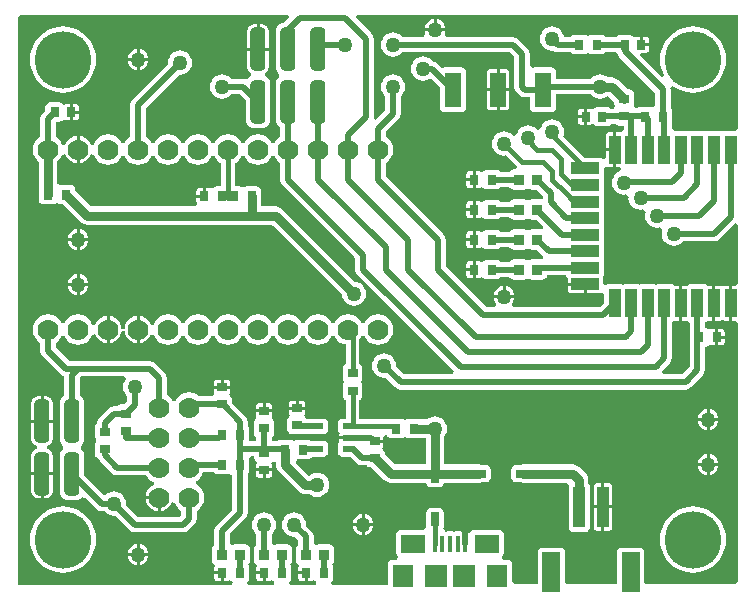
<source format=gtl>
G04 Layer_Physical_Order=1*
G04 Layer_Color=255*
%FSAX24Y24*%
%MOIN*%
G70*
G01*
G75*
%ADD10R,0.0315X0.0354*%
%ADD11R,0.0394X0.0965*%
%ADD12R,0.0965X0.0394*%
%ADD13R,0.0315X0.0335*%
%ADD14R,0.0354X0.0374*%
%ADD15R,0.0413X0.0217*%
%ADD16R,0.0335X0.0315*%
%ADD17R,0.0354X0.0315*%
%ADD18R,0.0157X0.0531*%
%ADD19R,0.0827X0.0630*%
%ADD20R,0.0709X0.0748*%
%ADD21R,0.0748X0.0748*%
%ADD22R,0.0394X0.1378*%
%ADD23R,0.0591X0.1339*%
%ADD24R,0.0551X0.1181*%
%ADD25R,0.0276X0.0472*%
%ADD26R,0.0472X0.0276*%
G04:AMPARAMS|DCode=27|XSize=50mil|YSize=144.9mil|CornerRadius=12.5mil|HoleSize=0mil|Usage=FLASHONLY|Rotation=180.000|XOffset=0mil|YOffset=0mil|HoleType=Round|Shape=RoundedRectangle|*
%AMROUNDEDRECTD27*
21,1,0.0500,0.1199,0,0,180.0*
21,1,0.0250,0.1449,0,0,180.0*
1,1,0.0250,-0.0125,0.0599*
1,1,0.0250,0.0125,0.0599*
1,1,0.0250,0.0125,-0.0599*
1,1,0.0250,-0.0125,-0.0599*
%
%ADD27ROUNDEDRECTD27*%
%ADD28C,0.0200*%
%ADD29C,0.0150*%
%ADD30C,0.0300*%
%ADD31C,0.0700*%
%ADD32O,0.1900X0.1910*%
%ADD33C,0.0500*%
G36*
X007584Y020345D02*
X007551Y020302D01*
X007510Y020204D01*
X007497Y020100D01*
X007510Y019996D01*
X007551Y019898D01*
X007615Y019815D01*
X007645Y019791D01*
Y019606D01*
X007545Y019506D01*
X007423D01*
X007364Y019494D01*
X007315Y019461D01*
X007311Y019455D01*
X007200D01*
X007102Y019435D01*
X007020Y019380D01*
X006720Y019080D01*
X006665Y018998D01*
X006645Y018900D01*
Y018881D01*
X006615Y018861D01*
X006582Y018811D01*
X006570Y018753D01*
Y018438D01*
X006582Y018379D01*
X006587Y018372D01*
X006606Y018300D01*
X006587Y018228D01*
X006582Y018221D01*
X006570Y018162D01*
Y017847D01*
X006582Y017789D01*
X006615Y017739D01*
X006664Y017706D01*
X006665Y017706D01*
X006720Y017624D01*
X007124Y017220D01*
X007207Y017164D01*
X007305Y017145D01*
X008265D01*
X008343Y017043D01*
X008448Y016963D01*
X008535Y016927D01*
X008539Y016820D01*
X008473Y016793D01*
X008379Y016721D01*
X008307Y016627D01*
X008262Y016517D01*
X008253Y016450D01*
X008700D01*
Y016400D01*
X008750D01*
Y015953D01*
X008817Y015962D01*
X008927Y016007D01*
X009021Y016079D01*
X009093Y016173D01*
X009120Y016239D01*
X009227Y016235D01*
X009263Y016148D01*
X009343Y016043D01*
X009445Y015965D01*
Y015806D01*
X009394Y015755D01*
X008006D01*
X007598Y016162D01*
X007603Y016200D01*
X007590Y016304D01*
X007549Y016402D01*
X007485Y016485D01*
X007402Y016549D01*
X007304Y016590D01*
X007200Y016603D01*
X007096Y016590D01*
X006998Y016549D01*
X006915Y016485D01*
X006878Y016483D01*
X006202Y017158D01*
Y017799D01*
X006193Y017871D01*
X006165Y017938D01*
X006121Y017996D01*
X006097Y018014D01*
X006090Y018035D01*
Y018113D01*
X006097Y018134D01*
X006121Y018152D01*
X006165Y018210D01*
X006193Y018277D01*
X006202Y018349D01*
Y019547D01*
X006193Y019619D01*
X006165Y019686D01*
X006121Y019744D01*
X006064Y019788D01*
X006055Y019791D01*
Y020394D01*
X006106Y020445D01*
X007535D01*
X007584Y020345D01*
D02*
G37*
G36*
X027994Y032497D02*
X027996Y032475D01*
X027997Y028715D01*
X027897Y028635D01*
X027553D01*
X027495Y028624D01*
X027474Y028610D01*
X027454Y028624D01*
X027396Y028635D01*
X027002D01*
X026943Y028624D01*
X026923Y028610D01*
X026903Y028624D01*
X026844Y028635D01*
X026451D01*
X026392Y028624D01*
X026372Y028610D01*
X026352Y028624D01*
X026293Y028635D01*
X025900D01*
X025802Y028706D01*
X025800Y028710D01*
Y028895D01*
X025806Y028923D01*
Y029277D01*
X025794Y029336D01*
X025761Y029385D01*
X025750Y029392D01*
Y030005D01*
X025738Y030068D01*
X025829Y030122D01*
X025851Y030102D01*
X025999Y030012D01*
X026159Y029946D01*
X026327Y029905D01*
X026500Y029892D01*
X026673Y029905D01*
X026841Y029946D01*
X027001Y030012D01*
X027149Y030102D01*
X027280Y030215D01*
X027393Y030346D01*
X027483Y030494D01*
X027549Y030654D01*
X027590Y030822D01*
X027603Y030995D01*
Y031005D01*
X027590Y031178D01*
X027549Y031346D01*
X027483Y031506D01*
X027393Y031654D01*
X027280Y031785D01*
X027149Y031898D01*
X027001Y031988D01*
X026841Y032054D01*
X026673Y032095D01*
X026500Y032108D01*
X026327Y032095D01*
X026159Y032054D01*
X025999Y031988D01*
X025851Y031898D01*
X025720Y031785D01*
X025607Y031654D01*
X025517Y031506D01*
X025451Y031346D01*
X025410Y031178D01*
X025397Y031005D01*
Y030995D01*
X025410Y030822D01*
X025451Y030654D01*
X025517Y030494D01*
X025531Y030471D01*
X025452Y030408D01*
X024722Y031138D01*
X024760Y031231D01*
X024933D01*
X024972Y031238D01*
X025005Y031261D01*
X025027Y031294D01*
X025035Y031333D01*
Y031450D01*
X024776D01*
Y031500D01*
X024726D01*
Y031769D01*
X024618D01*
X024579Y031762D01*
X024545Y031740D01*
X024462Y031794D01*
X024440Y031809D01*
X024382Y031820D01*
X024067D01*
X024008Y031809D01*
X023959Y031775D01*
X023945Y031755D01*
X023581D01*
X023561Y031785D01*
X023511Y031818D01*
X023453Y031830D01*
X023138D01*
X023079Y031818D01*
X023072Y031813D01*
X023000Y031794D01*
X022928Y031813D01*
X022921Y031818D01*
X022862Y031830D01*
X022547D01*
X022489Y031818D01*
X022439Y031785D01*
X022419Y031755D01*
X022196D01*
X022190Y031804D01*
X022149Y031902D01*
X022085Y031985D01*
X022002Y032049D01*
X021904Y032090D01*
X021800Y032103D01*
X021696Y032090D01*
X021598Y032049D01*
X021515Y031985D01*
X021451Y031902D01*
X021410Y031804D01*
X021397Y031700D01*
X021410Y031596D01*
X021451Y031498D01*
X021515Y031415D01*
X021598Y031351D01*
X021696Y031310D01*
X021800Y031297D01*
X021846Y031303D01*
X021902Y031265D01*
X022000Y031245D01*
X022419D01*
X022439Y031215D01*
X022489Y031182D01*
X022547Y031170D01*
X022862D01*
X022921Y031182D01*
X022928Y031187D01*
X023000Y031206D01*
X023072Y031187D01*
X023079Y031182D01*
X023138Y031170D01*
X023453D01*
X023511Y031182D01*
X023561Y031215D01*
X023581Y031245D01*
X023945D01*
X023959Y031225D01*
X023983Y031208D01*
X023989Y031178D01*
X024044Y031095D01*
X025240Y029899D01*
Y029450D01*
X025235Y029444D01*
X025147Y029408D01*
X025128Y029413D01*
X025121Y029418D01*
X025062Y029430D01*
X024747D01*
X024689Y029418D01*
X024639Y029385D01*
X024639Y029385D01*
X024628Y029383D01*
X024574Y029387D01*
X024532Y029446D01*
X024523Y029469D01*
X024519Y029483D01*
X024530Y029538D01*
Y029853D01*
X024518Y029911D01*
X024485Y029961D01*
X024436Y029994D01*
X024377Y030006D01*
X024318D01*
X024009Y030314D01*
X023947Y030362D01*
X023874Y030392D01*
X023795Y030403D01*
X023663D01*
X023602Y030449D01*
X023504Y030490D01*
X023400Y030503D01*
X023296Y030490D01*
X023198Y030449D01*
X023115Y030385D01*
X023091Y030355D01*
X021929D01*
Y030591D01*
X021917Y030649D01*
X021884Y030699D01*
X021834Y030732D01*
X021776Y030743D01*
X021224D01*
X021166Y030732D01*
X021155Y030725D01*
X021055Y030773D01*
Y031200D01*
X021035Y031298D01*
X020980Y031380D01*
X020680Y031680D01*
X020598Y031735D01*
X020500Y031755D01*
X018268D01*
X018219Y031855D01*
X018241Y031909D01*
X018246Y031950D01*
X017554D01*
X017559Y031909D01*
X017581Y031855D01*
X017532Y031755D01*
X016809D01*
X016785Y031785D01*
X016702Y031849D01*
X016604Y031890D01*
X016500Y031903D01*
X016396Y031890D01*
X016298Y031849D01*
X016215Y031785D01*
X016151Y031702D01*
X016110Y031604D01*
X016097Y031500D01*
X016110Y031396D01*
X016151Y031298D01*
X016215Y031215D01*
X016298Y031151D01*
X016396Y031110D01*
X016500Y031097D01*
X016604Y031110D01*
X016702Y031151D01*
X016785Y031215D01*
X016809Y031245D01*
X020394D01*
X020545Y031094D01*
Y030100D01*
X020564Y030002D01*
X020620Y029920D01*
X020720Y029820D01*
X020802Y029764D01*
X020900Y029745D01*
X021071D01*
Y029409D01*
X021083Y029351D01*
X021116Y029301D01*
X021166Y029268D01*
X021224Y029257D01*
X021776D01*
X021834Y029268D01*
X021884Y029301D01*
X021917Y029351D01*
X021929Y029409D01*
Y029845D01*
X023091D01*
X023115Y029815D01*
X023198Y029751D01*
X023296Y029710D01*
X023400Y029697D01*
X023504Y029710D01*
X023602Y029751D01*
X023663Y029797D01*
X023670D01*
X023870Y029597D01*
Y029538D01*
X023882Y029479D01*
X023887Y029472D01*
X023892Y029453D01*
X023856Y029365D01*
X023850Y029360D01*
X023752D01*
X023741Y029375D01*
X023692Y029409D01*
X023633Y029420D01*
X023318D01*
X023260Y029409D01*
X023238Y029394D01*
X023155Y029340D01*
X023121Y029362D01*
X023082Y029369D01*
X022974D01*
Y029100D01*
Y028831D01*
X023082D01*
X023121Y028838D01*
X023155Y028860D01*
X023238Y028806D01*
X023260Y028791D01*
X023318Y028780D01*
X023633D01*
X023692Y028791D01*
X023741Y028825D01*
X023758Y028850D01*
X023908D01*
X023915Y028839D01*
X023964Y028806D01*
X024023Y028794D01*
X024188D01*
Y028653D01*
X024176Y028637D01*
X024106Y028581D01*
X024089Y028584D01*
X023942D01*
Y028000D01*
Y027416D01*
X024056D01*
X024085Y027389D01*
X024088Y027363D01*
X024070Y027293D01*
X024054Y027272D01*
X023998Y027249D01*
X023915Y027185D01*
X023851Y027102D01*
X023810Y027004D01*
X023797Y026900D01*
X023810Y026796D01*
X023851Y026698D01*
X023915Y026615D01*
X023998Y026551D01*
X024096Y026510D01*
X024200Y026497D01*
X024261Y026505D01*
X024341Y026440D01*
X024351Y026421D01*
X024348Y026396D01*
X024361Y026292D01*
X024402Y026195D01*
X024466Y026111D01*
X024549Y026047D01*
X024647Y026007D01*
X024751Y025993D01*
X024848Y026006D01*
X024872Y025987D01*
X024923Y025927D01*
X024913Y025901D01*
X024899Y025796D01*
X024913Y025692D01*
X024953Y025595D01*
X025017Y025511D01*
X025101Y025447D01*
X025198Y025407D01*
X025302Y025393D01*
X025399Y025406D01*
X025423Y025387D01*
X025474Y025327D01*
X025464Y025301D01*
X025450Y025196D01*
X025464Y025092D01*
X025504Y024995D01*
X025568Y024911D01*
X025652Y024847D01*
X025749Y024807D01*
X025854Y024793D01*
X025958Y024807D01*
X026055Y024847D01*
X026139Y024911D01*
X026162Y024942D01*
X027196D01*
X027294Y024961D01*
X027377Y025016D01*
X027897Y025537D01*
X027997Y025495D01*
X027998Y023558D01*
X027985Y023535D01*
X027898Y023466D01*
X027800D01*
Y022882D01*
Y022298D01*
X027947D01*
X027998Y022206D01*
X028000Y013594D01*
X027912Y013504D01*
X024938Y013504D01*
X024867Y013574D01*
Y014573D01*
X024855Y014632D01*
X024822Y014681D01*
X024773Y014715D01*
X024714Y014726D01*
X024124D01*
X024065Y014715D01*
X024015Y014681D01*
X023982Y014632D01*
X023971Y014573D01*
Y013504D01*
X022300Y013503D01*
X022229Y013574D01*
Y014573D01*
X022218Y014632D01*
X022185Y014681D01*
X022135Y014715D01*
X022076Y014726D01*
X021486D01*
X021427Y014715D01*
X021378Y014681D01*
X021345Y014632D01*
X021333Y014573D01*
Y013503D01*
X020553Y013503D01*
X020482Y013574D01*
Y014174D01*
X020470Y014233D01*
X020437Y014282D01*
X020388Y014315D01*
X020329Y014327D01*
X020153D01*
X020123Y014427D01*
X020142Y014440D01*
X020175Y014490D01*
X020187Y014548D01*
Y015178D01*
X020175Y015236D01*
X020142Y015286D01*
X020092Y015319D01*
X020034Y015331D01*
X019207D01*
X019149Y015319D01*
X019099Y015286D01*
X019066Y015236D01*
X019064Y015227D01*
X019030Y015213D01*
X018991Y015221D01*
X018962D01*
Y014853D01*
X018888D01*
Y015119D01*
X018876Y015177D01*
X018862Y015199D01*
Y015221D01*
X018847D01*
X018843Y015227D01*
X018793Y015260D01*
X018735Y015272D01*
X018577D01*
X018528Y015262D01*
X018479Y015272D01*
X018321D01*
X018272Y015262D01*
X018223Y015272D01*
X018176Y015372D01*
X018179Y015377D01*
X018191Y015435D01*
Y015908D01*
X018179Y015966D01*
X018146Y016016D01*
X018096Y016049D01*
X018038Y016061D01*
X017762D01*
X017704Y016049D01*
X017654Y016016D01*
X017621Y015966D01*
X017609Y015908D01*
Y015435D01*
X017611Y015429D01*
X017609Y015420D01*
X017544Y015335D01*
X017536Y015331D01*
X016766D01*
X016708Y015319D01*
X016658Y015286D01*
X016625Y015236D01*
X016613Y015178D01*
Y014548D01*
X016625Y014490D01*
X016658Y014440D01*
X016677Y014427D01*
X016647Y014327D01*
X016471D01*
X016412Y014315D01*
X016363Y014282D01*
X016330Y014233D01*
X016318Y014174D01*
Y013502D01*
X014472Y013502D01*
X014442Y013602D01*
X014461Y013615D01*
X014494Y013664D01*
X014506Y013723D01*
Y014077D01*
X014494Y014136D01*
X014461Y014185D01*
X014490Y014205D01*
X014524Y014254D01*
X014535Y014313D01*
Y014687D01*
X014524Y014746D01*
X014490Y014795D01*
X014441Y014828D01*
X014382Y014840D01*
X014028D01*
X013969Y014828D01*
X013942Y014818D01*
X013855Y014854D01*
X013850Y014859D01*
Y015105D01*
X013830Y015203D01*
X013775Y015285D01*
X013598Y015462D01*
X013603Y015500D01*
X013590Y015604D01*
X013549Y015702D01*
X013485Y015785D01*
X013402Y015849D01*
X013304Y015890D01*
X013200Y015903D01*
X013096Y015890D01*
X012998Y015849D01*
X012915Y015785D01*
X012851Y015702D01*
X012810Y015604D01*
X012797Y015500D01*
X012810Y015396D01*
X012851Y015298D01*
X012915Y015215D01*
X012998Y015151D01*
X013096Y015110D01*
X013200Y015097D01*
X013238Y015102D01*
X013340Y015000D01*
Y014815D01*
X013310Y014795D01*
X013276Y014746D01*
X013265Y014687D01*
Y014313D01*
X013276Y014254D01*
X013310Y014205D01*
X013358Y014164D01*
X013353Y014116D01*
X013345Y014077D01*
Y013950D01*
X013605D01*
Y013900D01*
X013655D01*
Y013621D01*
X013762D01*
X013801Y013629D01*
X013807Y013632D01*
X013846Y013646D01*
X013930Y013615D01*
X013949Y013602D01*
X013919Y013502D01*
X013072Y013502D01*
X013041Y013602D01*
X013061Y013615D01*
X013094Y013664D01*
X013106Y013723D01*
Y014077D01*
X013094Y014136D01*
X013061Y014185D01*
X013090Y014205D01*
X013124Y014254D01*
X013135Y014313D01*
Y014687D01*
X013124Y014746D01*
X013090Y014795D01*
X013041Y014828D01*
X012982Y014840D01*
X012628D01*
X012569Y014828D01*
X012550Y014821D01*
X012455Y014864D01*
Y015191D01*
X012485Y015215D01*
X012549Y015298D01*
X012590Y015396D01*
X012603Y015500D01*
X012590Y015604D01*
X012549Y015702D01*
X012485Y015785D01*
X012402Y015849D01*
X012304Y015890D01*
X012200Y015903D01*
X012096Y015890D01*
X011998Y015849D01*
X011915Y015785D01*
X011851Y015702D01*
X011810Y015604D01*
X011797Y015500D01*
X011810Y015396D01*
X011851Y015298D01*
X011915Y015215D01*
X011945Y015191D01*
Y014819D01*
X011910Y014795D01*
X011876Y014746D01*
X011865Y014687D01*
Y014313D01*
X011876Y014254D01*
X011910Y014205D01*
X011958Y014164D01*
X011953Y014116D01*
X011945Y014077D01*
Y013950D01*
X012205D01*
Y013900D01*
X012255D01*
Y013621D01*
X012362D01*
X012401Y013629D01*
X012407Y013632D01*
X012446Y013646D01*
X012530Y013615D01*
X012549Y013602D01*
X012519Y013502D01*
X011671Y013501D01*
X011641Y013601D01*
X011661Y013615D01*
X011694Y013664D01*
X011706Y013723D01*
Y014077D01*
X011694Y014136D01*
X011661Y014185D01*
X011690Y014205D01*
X011724Y014254D01*
X011735Y014313D01*
Y014687D01*
X011724Y014746D01*
X011690Y014795D01*
X011641Y014828D01*
X011582Y014840D01*
X011228D01*
X011169Y014828D01*
X011150Y014821D01*
X011055Y014864D01*
Y015194D01*
X011576Y015715D01*
X011631Y015798D01*
X011650Y015895D01*
Y017208D01*
X011661Y017215D01*
X011694Y017264D01*
X011706Y017323D01*
Y017677D01*
X011782Y017771D01*
X011880D01*
Y017718D01*
X011891Y017660D01*
X011925Y017610D01*
X011960Y017555D01*
X011938Y017521D01*
X011931Y017482D01*
Y017374D01*
X012200D01*
X012469D01*
Y017482D01*
X012462Y017521D01*
X012440Y017555D01*
X012450Y017570D01*
X012547Y017600D01*
X012585Y017594D01*
X012602Y017582D01*
Y017495D01*
X012612Y017417D01*
X012643Y017344D01*
X012691Y017281D01*
X013364Y016608D01*
X013364Y016608D01*
X013427Y016560D01*
X013500Y016529D01*
X013578Y016519D01*
X013716D01*
X013777Y016472D01*
X013874Y016432D01*
X013978Y016418D01*
X014083Y016432D01*
X014180Y016472D01*
X014264Y016536D01*
X014328Y016620D01*
X014368Y016717D01*
X014382Y016822D01*
X014368Y016926D01*
X014328Y017023D01*
X014264Y017107D01*
X014180Y017171D01*
X014083Y017211D01*
X013978Y017225D01*
X013874Y017211D01*
X013777Y017171D01*
X013716Y017124D01*
X013704D01*
X013269Y017559D01*
X013296Y017670D01*
X013307Y017676D01*
X013338Y017670D01*
X013653D01*
X013711Y017682D01*
X013761Y017715D01*
X013794Y017764D01*
X013794Y017765D01*
X014185D01*
X014244Y017776D01*
X014293Y017810D01*
X014326Y017859D01*
X014338Y017918D01*
Y018134D01*
X014326Y018193D01*
X014293Y018242D01*
X014244Y018276D01*
X014185Y018287D01*
X013772D01*
X013761Y018285D01*
X013761Y018285D01*
X013711Y018318D01*
X013653Y018330D01*
X013338D01*
X013279Y018318D01*
X013272Y018313D01*
X013200Y018294D01*
X013128Y018313D01*
X013121Y018318D01*
X013062Y018330D01*
X012747D01*
X012689Y018318D01*
X012639Y018285D01*
X012636Y018281D01*
X012455D01*
Y018419D01*
X012485Y018439D01*
X012518Y018489D01*
X012530Y018547D01*
Y018862D01*
X012518Y018921D01*
X012486Y018970D01*
X012485Y018970D01*
X012454Y019054D01*
X012468Y019093D01*
X012471Y019099D01*
X012479Y019138D01*
Y019245D01*
X011921D01*
Y019138D01*
X011929Y019099D01*
X011932Y019093D01*
X011946Y019054D01*
X011915Y018970D01*
X011914Y018970D01*
X011882Y018921D01*
X011870Y018862D01*
Y018547D01*
X011882Y018489D01*
X011915Y018439D01*
X011945Y018419D01*
Y018281D01*
X011740D01*
X011706Y018323D01*
Y018677D01*
X011694Y018736D01*
X011661Y018785D01*
X011650Y018792D01*
Y018929D01*
X011631Y019027D01*
X011576Y019109D01*
X011120Y019565D01*
Y019682D01*
X011109Y019740D01*
X011075Y019790D01*
X011040Y019845D01*
X011062Y019879D01*
X011069Y019918D01*
Y020026D01*
X010800D01*
X010531D01*
Y019918D01*
X010538Y019879D01*
X010546Y019867D01*
X010494Y019780D01*
X010494Y019779D01*
X010027D01*
X009952Y019837D01*
X009831Y019887D01*
X009700Y019904D01*
X009569Y019887D01*
X009448Y019837D01*
X009343Y019757D01*
X009263Y019652D01*
X009254Y019630D01*
X009146D01*
X009137Y019652D01*
X009057Y019757D01*
X008955Y019835D01*
Y020400D01*
X008935Y020498D01*
X008880Y020580D01*
X008580Y020880D01*
X008498Y020935D01*
X008400Y020955D01*
X005706D01*
X005255Y021406D01*
Y021565D01*
X005357Y021643D01*
X005437Y021748D01*
X005446Y021770D01*
X005554D01*
X005563Y021748D01*
X005643Y021643D01*
X005748Y021563D01*
X005869Y021513D01*
X006000Y021496D01*
X006131Y021513D01*
X006252Y021563D01*
X006357Y021643D01*
X006437Y021748D01*
X006473Y021835D01*
X006580Y021839D01*
X006607Y021773D01*
X006679Y021679D01*
X006773Y021607D01*
X006883Y021562D01*
X006950Y021553D01*
Y022000D01*
Y022447D01*
X006883Y022438D01*
X006773Y022393D01*
X006679Y022321D01*
X006607Y022227D01*
X006580Y022161D01*
X006473Y022165D01*
X006437Y022252D01*
X006357Y022357D01*
X006252Y022437D01*
X006131Y022487D01*
X006000Y022504D01*
X005869Y022487D01*
X005748Y022437D01*
X005643Y022357D01*
X005563Y022252D01*
X005554Y022230D01*
X005446D01*
X005437Y022252D01*
X005357Y022357D01*
X005252Y022437D01*
X005131Y022487D01*
X005000Y022504D01*
X004869Y022487D01*
X004748Y022437D01*
X004643Y022357D01*
X004563Y022252D01*
X004513Y022131D01*
X004496Y022000D01*
X004513Y021869D01*
X004563Y021748D01*
X004643Y021643D01*
X004745Y021565D01*
Y021300D01*
X004764Y021202D01*
X004820Y021120D01*
X005420Y020520D01*
X005502Y020464D01*
X005545Y020456D01*
Y019791D01*
X005536Y019788D01*
X005479Y019744D01*
X005435Y019686D01*
X005407Y019619D01*
X005398Y019547D01*
Y018349D01*
X005407Y018277D01*
X005435Y018210D01*
X005479Y018152D01*
X005503Y018134D01*
X005510Y018113D01*
Y018035D01*
X005503Y018014D01*
X005479Y017996D01*
X005435Y017938D01*
X005407Y017871D01*
X005398Y017799D01*
Y016601D01*
X005407Y016529D01*
X005435Y016462D01*
X005479Y016404D01*
X005536Y016360D01*
X005603Y016333D01*
X005675Y016323D01*
X005925D01*
X005997Y016333D01*
X006064Y016360D01*
X006121Y016404D01*
X006242Y016398D01*
X006620Y016020D01*
X006702Y015964D01*
X006800Y015945D01*
X006891D01*
X006915Y015915D01*
X006998Y015851D01*
X007096Y015810D01*
X007200Y015797D01*
X007238Y015802D01*
X007720Y015320D01*
X007802Y015265D01*
X007900Y015245D01*
X009500D01*
X009598Y015265D01*
X009680Y015320D01*
X009880Y015520D01*
X009935Y015602D01*
X009955Y015700D01*
Y015965D01*
X010057Y016043D01*
X010137Y016148D01*
X010187Y016269D01*
X010204Y016400D01*
X010187Y016531D01*
X010137Y016652D01*
X010057Y016757D01*
X009952Y016837D01*
X009930Y016846D01*
Y016954D01*
X009952Y016963D01*
X010057Y017043D01*
X010137Y017148D01*
X010177Y017245D01*
X010519D01*
X010539Y017215D01*
X010589Y017182D01*
X010647Y017170D01*
X010962D01*
X011021Y017182D01*
X011028Y017187D01*
X011047Y017192D01*
X011135Y017156D01*
X011140Y017150D01*
Y016001D01*
X010620Y015480D01*
X010565Y015398D01*
X010545Y015300D01*
Y014819D01*
X010510Y014795D01*
X010476Y014746D01*
X010465Y014687D01*
Y014313D01*
X010476Y014254D01*
X010510Y014205D01*
X010558Y014164D01*
X010553Y014116D01*
X010545Y014077D01*
Y013950D01*
X010805D01*
Y013900D01*
X010855D01*
Y013621D01*
X010962D01*
X011001Y013629D01*
X011007Y013632D01*
X011046Y013646D01*
X011130Y013615D01*
X011150Y013601D01*
X011119Y013501D01*
X004033Y013500D01*
X004006Y013504D01*
X004004Y013525D01*
X004000Y032406D01*
X004088Y032496D01*
X013006Y032497D01*
X013044Y032405D01*
X012863Y032223D01*
X012803Y032215D01*
X012736Y032188D01*
X012679Y032144D01*
X012635Y032086D01*
X012607Y032019D01*
X012598Y031947D01*
Y030749D01*
X012607Y030677D01*
X012635Y030610D01*
X012679Y030552D01*
X012703Y030534D01*
X012710Y030513D01*
Y030435D01*
X012703Y030414D01*
X012679Y030396D01*
X012635Y030338D01*
X012607Y030271D01*
X012598Y030199D01*
Y029001D01*
X012607Y028929D01*
X012635Y028862D01*
X012679Y028804D01*
X012736Y028760D01*
X012745Y028757D01*
Y028435D01*
X012643Y028357D01*
X012563Y028252D01*
X012554Y028230D01*
X012446D01*
X012437Y028252D01*
X012357Y028357D01*
X012252Y028437D01*
X012131Y028487D01*
X012000Y028504D01*
X011869Y028487D01*
X011748Y028437D01*
X011643Y028357D01*
X011563Y028252D01*
X011554Y028230D01*
X011446D01*
X011437Y028252D01*
X011357Y028357D01*
X011252Y028437D01*
X011131Y028487D01*
X011000Y028504D01*
X010869Y028487D01*
X010748Y028437D01*
X010643Y028357D01*
X010563Y028252D01*
X010554Y028230D01*
X010446D01*
X010437Y028252D01*
X010357Y028357D01*
X010252Y028437D01*
X010131Y028487D01*
X010000Y028504D01*
X009869Y028487D01*
X009748Y028437D01*
X009643Y028357D01*
X009563Y028252D01*
X009554Y028230D01*
X009446D01*
X009437Y028252D01*
X009357Y028357D01*
X009252Y028437D01*
X009131Y028487D01*
X009000Y028504D01*
X008869Y028487D01*
X008748Y028437D01*
X008643Y028357D01*
X008563Y028252D01*
X008554Y028230D01*
X008446D01*
X008437Y028252D01*
X008357Y028357D01*
X008255Y028435D01*
Y029394D01*
X009362Y030502D01*
X009400Y030497D01*
X009504Y030510D01*
X009602Y030551D01*
X009685Y030615D01*
X009749Y030698D01*
X009790Y030796D01*
X009803Y030900D01*
X009790Y031004D01*
X009749Y031102D01*
X009685Y031185D01*
X009602Y031249D01*
X009504Y031290D01*
X009400Y031303D01*
X009296Y031290D01*
X009198Y031249D01*
X009115Y031185D01*
X009051Y031102D01*
X009010Y031004D01*
X008997Y030900D01*
X009002Y030862D01*
X007820Y029680D01*
X007765Y029598D01*
X007745Y029500D01*
Y028435D01*
X007643Y028357D01*
X007563Y028252D01*
X007554Y028230D01*
X007446D01*
X007437Y028252D01*
X007357Y028357D01*
X007252Y028437D01*
X007131Y028487D01*
X007000Y028504D01*
X006869Y028487D01*
X006748Y028437D01*
X006643Y028357D01*
X006563Y028252D01*
X006527Y028165D01*
X006420Y028161D01*
X006393Y028227D01*
X006321Y028321D01*
X006227Y028393D01*
X006117Y028438D01*
X006050Y028447D01*
Y028000D01*
Y027553D01*
X006117Y027562D01*
X006227Y027607D01*
X006321Y027679D01*
X006393Y027773D01*
X006420Y027839D01*
X006527Y027835D01*
X006563Y027748D01*
X006643Y027643D01*
X006748Y027563D01*
X006869Y027513D01*
X007000Y027496D01*
X007131Y027513D01*
X007252Y027563D01*
X007357Y027643D01*
X007437Y027748D01*
X007446Y027770D01*
X007554D01*
X007563Y027748D01*
X007643Y027643D01*
X007748Y027563D01*
X007869Y027513D01*
X008000Y027496D01*
X008131Y027513D01*
X008252Y027563D01*
X008357Y027643D01*
X008437Y027748D01*
X008446Y027770D01*
X008554D01*
X008563Y027748D01*
X008643Y027643D01*
X008748Y027563D01*
X008869Y027513D01*
X009000Y027496D01*
X009131Y027513D01*
X009252Y027563D01*
X009357Y027643D01*
X009437Y027748D01*
X009446Y027770D01*
X009554D01*
X009563Y027748D01*
X009643Y027643D01*
X009748Y027563D01*
X009869Y027513D01*
X010000Y027496D01*
X010131Y027513D01*
X010252Y027563D01*
X010357Y027643D01*
X010437Y027748D01*
X010446Y027770D01*
X010554D01*
X010563Y027748D01*
X010643Y027643D01*
X010748Y027563D01*
X010771Y027554D01*
Y026780D01*
X010638D01*
X010579Y026768D01*
X010530Y026736D01*
X010530Y026735D01*
X010446Y026704D01*
X010407Y026718D01*
X010401Y026721D01*
X010362Y026729D01*
X010255D01*
Y026450D01*
X010205D01*
Y026400D01*
X009945D01*
Y026273D01*
X009953Y026234D01*
X009975Y026201D01*
X009942Y026103D01*
X006421D01*
X005906Y026618D01*
Y026677D01*
X005894Y026736D01*
X005861Y026785D01*
X005811Y026818D01*
X005753Y026830D01*
X005438D01*
X005407Y026824D01*
X005329Y026869D01*
X005307Y026891D01*
Y027606D01*
X005357Y027643D01*
X005437Y027748D01*
X005473Y027835D01*
X005580Y027839D01*
X005607Y027773D01*
X005679Y027679D01*
X005773Y027607D01*
X005883Y027562D01*
X005950Y027553D01*
Y028000D01*
Y028447D01*
X005883Y028438D01*
X005773Y028393D01*
X005679Y028321D01*
X005607Y028227D01*
X005580Y028161D01*
X005473Y028165D01*
X005437Y028252D01*
X005357Y028357D01*
X005255Y028435D01*
Y028920D01*
X005265Y028930D01*
X005382D01*
X005440Y028941D01*
X005462Y028956D01*
X005545Y029010D01*
X005579Y028988D01*
X005618Y028981D01*
X005726D01*
Y029250D01*
Y029519D01*
X005618D01*
X005579Y029512D01*
X005545Y029490D01*
X005462Y029544D01*
X005440Y029559D01*
X005382Y029570D01*
X005067D01*
X005008Y029559D01*
X004959Y029525D01*
X004926Y029476D01*
X004914Y029417D01*
Y029300D01*
X004820Y029206D01*
X004764Y029123D01*
X004745Y029026D01*
Y028435D01*
X004643Y028357D01*
X004563Y028252D01*
X004513Y028131D01*
X004496Y028000D01*
X004513Y027869D01*
X004563Y027748D01*
X004643Y027643D01*
X004702Y027598D01*
Y026717D01*
X004694Y026677D01*
Y026323D01*
X004706Y026264D01*
X004739Y026215D01*
X004789Y026182D01*
X004847Y026170D01*
X005162D01*
X005221Y026182D01*
X005228Y026187D01*
X005300Y026206D01*
X005372Y026187D01*
X005379Y026182D01*
X005438Y026170D01*
X005497D01*
X006081Y025586D01*
X006081Y025586D01*
X006144Y025538D01*
X006217Y025508D01*
X006295Y025497D01*
X012475D01*
X014800Y023172D01*
X014810Y023096D01*
X014851Y022998D01*
X014915Y022915D01*
X014998Y022851D01*
X015096Y022810D01*
X015200Y022797D01*
X015304Y022810D01*
X015402Y022851D01*
X015485Y022915D01*
X015549Y022998D01*
X015590Y023096D01*
X015603Y023200D01*
X015590Y023304D01*
X015549Y023402D01*
X015485Y023485D01*
X015402Y023549D01*
X015304Y023590D01*
X015228Y023600D01*
X012814Y026014D01*
X012751Y026062D01*
X012678Y026092D01*
X012600Y026103D01*
X012098D01*
Y026233D01*
X012106Y026273D01*
Y026627D01*
X012094Y026686D01*
X012061Y026735D01*
X012011Y026768D01*
X011953Y026780D01*
X011638D01*
X011579Y026768D01*
X011572Y026763D01*
X011500Y026744D01*
X011428Y026763D01*
X011421Y026768D01*
X011362Y026780D01*
X011229D01*
Y027554D01*
X011252Y027563D01*
X011357Y027643D01*
X011437Y027748D01*
X011446Y027770D01*
X011554D01*
X011563Y027748D01*
X011643Y027643D01*
X011748Y027563D01*
X011869Y027513D01*
X012000Y027496D01*
X012131Y027513D01*
X012252Y027563D01*
X012357Y027643D01*
X012437Y027748D01*
X012446Y027770D01*
X012554D01*
X012563Y027748D01*
X012643Y027643D01*
X012745Y027565D01*
Y027000D01*
X012765Y026902D01*
X012820Y026820D01*
X015245Y024394D01*
Y024000D01*
X015265Y023902D01*
X015320Y023820D01*
X018535Y020605D01*
X018493Y020505D01*
X016856D01*
X016598Y020762D01*
X016603Y020800D01*
X016590Y020904D01*
X016549Y021002D01*
X016485Y021085D01*
X016402Y021149D01*
X016304Y021190D01*
X016200Y021203D01*
X016096Y021190D01*
X015998Y021149D01*
X015915Y021085D01*
X015851Y021002D01*
X015810Y020904D01*
X015797Y020800D01*
X015810Y020696D01*
X015851Y020598D01*
X015915Y020515D01*
X015998Y020451D01*
X016096Y020410D01*
X016200Y020397D01*
X016238Y020402D01*
X016570Y020070D01*
X016652Y020015D01*
X016750Y019995D01*
X026250D01*
X026348Y020015D01*
X026430Y020070D01*
X026828Y020467D01*
X026883Y020550D01*
X026903Y020648D01*
Y021428D01*
X026921Y021432D01*
X026970Y021464D01*
X026970Y021465D01*
X027054Y021496D01*
X027093Y021482D01*
X027099Y021479D01*
X027138Y021471D01*
X027245D01*
Y021750D01*
Y022029D01*
X027138D01*
X027099Y022021D01*
X027093Y022018D01*
X027054Y022004D01*
X026970Y022035D01*
X026970Y022036D01*
X026921Y022068D01*
X026903Y022072D01*
Y022229D01*
X026915Y022245D01*
X026985Y022301D01*
X027002Y022298D01*
X027149D01*
Y022882D01*
Y023466D01*
X027002D01*
X026963Y023458D01*
X026962Y023458D01*
X026953Y023472D01*
X026903Y023505D01*
X026844Y023517D01*
X026451D01*
X026392Y023505D01*
X026343Y023472D01*
X026333Y023458D01*
X026332Y023458D01*
X026293Y023466D01*
X026146D01*
Y022882D01*
Y022298D01*
X026293D01*
X026310Y022301D01*
X026380Y022245D01*
X026393Y022229D01*
Y020753D01*
X026144Y020505D01*
X025507D01*
X025465Y020605D01*
X025726Y020865D01*
X025781Y020948D01*
X025800Y021045D01*
Y022229D01*
X025813Y022245D01*
X025882Y022301D01*
X025900Y022298D01*
X026046D01*
Y022882D01*
Y023466D01*
X025900D01*
X025861Y023458D01*
X025860Y023458D01*
X025850Y023472D01*
X025801Y023505D01*
X025742Y023517D01*
X025348D01*
X025290Y023505D01*
X025270Y023492D01*
X025249Y023505D01*
X025191Y023517D01*
X024797D01*
X024739Y023505D01*
X024718Y023492D01*
X024698Y023505D01*
X024640Y023517D01*
X024246D01*
X024188Y023505D01*
X024167Y023492D01*
X024147Y023505D01*
X024089Y023517D01*
X023695D01*
X023636Y023505D01*
X023592Y023476D01*
X023564Y023481D01*
X023492Y023510D01*
Y023709D01*
X023484Y023748D01*
X023484Y023748D01*
X023498Y023758D01*
X023531Y023808D01*
X023543Y023866D01*
Y024260D01*
X023531Y024318D01*
X023518Y024339D01*
X023531Y024359D01*
X023543Y024417D01*
Y024811D01*
X023531Y024870D01*
X023518Y024890D01*
X023531Y024910D01*
X023543Y024969D01*
Y025362D01*
X023531Y025421D01*
X023518Y025441D01*
X023531Y025461D01*
X023543Y025520D01*
Y025913D01*
X023531Y025972D01*
X023518Y025992D01*
X023531Y026012D01*
X023543Y026071D01*
Y026465D01*
X023531Y026523D01*
X023518Y026543D01*
X023531Y026564D01*
X023543Y026622D01*
Y027016D01*
X023531Y027074D01*
X023518Y027094D01*
X023531Y027115D01*
X023543Y027173D01*
Y027388D01*
X023571Y027409D01*
X023643Y027432D01*
X023656Y027424D01*
X023695Y027416D01*
X023842D01*
Y027950D01*
X023593D01*
Y027713D01*
X023521Y027684D01*
X023493Y027678D01*
X023448Y027708D01*
X023390Y027720D01*
X022882D01*
X022165Y028437D01*
X022190Y028496D01*
X022203Y028600D01*
X022190Y028704D01*
X022149Y028802D01*
X022085Y028885D01*
X022002Y028949D01*
X021904Y028990D01*
X021800Y029003D01*
X021696Y028990D01*
X021598Y028949D01*
X021515Y028885D01*
X021451Y028802D01*
X021410Y028704D01*
X021408Y028689D01*
X021304Y028661D01*
X021285Y028685D01*
X021202Y028749D01*
X021104Y028790D01*
X021000Y028803D01*
X020896Y028790D01*
X020798Y028749D01*
X020715Y028685D01*
X020651Y028602D01*
X020610Y028504D01*
X020608Y028489D01*
X020504Y028461D01*
X020485Y028485D01*
X020402Y028549D01*
X020304Y028590D01*
X020200Y028603D01*
X020096Y028590D01*
X019998Y028549D01*
X019915Y028485D01*
X019851Y028402D01*
X019810Y028304D01*
X019797Y028200D01*
X019810Y028096D01*
X019851Y027998D01*
X019915Y027915D01*
X019998Y027851D01*
X020096Y027810D01*
X020200Y027797D01*
X020270Y027806D01*
X020636Y027440D01*
X020635Y027431D01*
X020604Y027340D01*
X020518D01*
X020459Y027328D01*
X020410Y027295D01*
X020383Y027255D01*
X020081D01*
X020061Y027285D01*
X020011Y027318D01*
X019953Y027330D01*
X019638D01*
X019579Y027318D01*
X019530Y027286D01*
X019530Y027285D01*
X019446Y027254D01*
X019407Y027268D01*
X019401Y027271D01*
X019362Y027279D01*
X019255D01*
Y027000D01*
Y026721D01*
X019362D01*
X019401Y026729D01*
X019407Y026732D01*
X019446Y026746D01*
X019530Y026715D01*
X019530Y026714D01*
X019579Y026682D01*
X019638Y026670D01*
X019953D01*
X020011Y026682D01*
X020061Y026715D01*
X020081Y026745D01*
X020383D01*
X020410Y026705D01*
X020459Y026672D01*
X020518Y026660D01*
X020872D01*
X020931Y026672D01*
X021000Y026697D01*
X021069Y026672D01*
X021128Y026660D01*
X021285D01*
X021495Y026450D01*
Y026350D01*
X021482Y026340D01*
X021128D01*
X021069Y026328D01*
X021000Y026303D01*
X020931Y026328D01*
X020872Y026340D01*
X020518D01*
X020459Y026328D01*
X020410Y026295D01*
X020383Y026255D01*
X020081D01*
X020061Y026285D01*
X020011Y026318D01*
X019953Y026330D01*
X019638D01*
X019579Y026318D01*
X019530Y026286D01*
X019530Y026285D01*
X019446Y026254D01*
X019407Y026268D01*
X019401Y026271D01*
X019362Y026279D01*
X019255D01*
Y026000D01*
Y025721D01*
X019362D01*
X019401Y025729D01*
X019407Y025732D01*
X019446Y025746D01*
X019530Y025715D01*
X019530Y025714D01*
X019579Y025682D01*
X019638Y025670D01*
X019953D01*
X020011Y025682D01*
X020061Y025715D01*
X020081Y025745D01*
X020383D01*
X020410Y025705D01*
X020459Y025672D01*
X020518Y025660D01*
X020872D01*
X020931Y025672D01*
X021000Y025697D01*
X021069Y025672D01*
X021128Y025660D01*
X021285D01*
X021508Y025437D01*
X021494Y025386D01*
X021463Y025340D01*
X021128D01*
X021069Y025328D01*
X021000Y025303D01*
X020931Y025328D01*
X020872Y025340D01*
X020518D01*
X020459Y025328D01*
X020410Y025295D01*
X020383Y025255D01*
X020081D01*
X020061Y025285D01*
X020011Y025318D01*
X019953Y025330D01*
X019638D01*
X019579Y025318D01*
X019530Y025286D01*
X019530Y025285D01*
X019446Y025254D01*
X019407Y025268D01*
X019401Y025271D01*
X019362Y025279D01*
X019255D01*
Y025000D01*
Y024721D01*
X019362D01*
X019401Y024729D01*
X019407Y024732D01*
X019446Y024746D01*
X019530Y024715D01*
X019530Y024714D01*
X019579Y024682D01*
X019638Y024670D01*
X019953D01*
X020011Y024682D01*
X020061Y024715D01*
X020081Y024745D01*
X020383D01*
X020410Y024705D01*
X020459Y024672D01*
X020518Y024660D01*
X020872D01*
X020931Y024672D01*
X021000Y024697D01*
X021069Y024672D01*
X021128Y024660D01*
X021285D01*
X021508Y024437D01*
X021508Y024425D01*
X021489Y024362D01*
X021471Y024340D01*
X021128D01*
X021069Y024328D01*
X021000Y024303D01*
X020931Y024328D01*
X020872Y024340D01*
X020518D01*
X020459Y024328D01*
X020410Y024295D01*
X020383Y024255D01*
X020081D01*
X020061Y024285D01*
X020011Y024318D01*
X019953Y024330D01*
X019638D01*
X019579Y024318D01*
X019530Y024286D01*
X019530Y024285D01*
X019446Y024254D01*
X019407Y024268D01*
X019401Y024271D01*
X019362Y024279D01*
X019255D01*
Y024000D01*
Y023721D01*
X019362D01*
X019401Y023729D01*
X019407Y023732D01*
X019446Y023746D01*
X019530Y023715D01*
X019530Y023714D01*
X019579Y023682D01*
X019638Y023670D01*
X019953D01*
X020011Y023682D01*
X020061Y023715D01*
X020081Y023745D01*
X020383D01*
X020410Y023705D01*
X020459Y023672D01*
X020518Y023660D01*
X020872D01*
X020931Y023672D01*
X021000Y023697D01*
X021069Y023672D01*
X021128Y023660D01*
X021482D01*
X021541Y023672D01*
X021590Y023705D01*
X021624Y023754D01*
X021634Y023808D01*
X022255D01*
X022270Y023796D01*
X022327Y023726D01*
X022323Y023709D01*
Y023562D01*
X022907D01*
Y023512D01*
X022957D01*
Y023213D01*
X023390D01*
X023429Y023221D01*
X023442Y023230D01*
X023513Y023206D01*
X023542Y023185D01*
Y022893D01*
X023404Y022755D01*
X020489D01*
X020456Y022834D01*
X020453Y022855D01*
X020506Y022923D01*
X020541Y023009D01*
X020546Y023050D01*
X019854D01*
X019859Y023009D01*
X019894Y022923D01*
X019947Y022855D01*
X019944Y022834D01*
X019911Y022755D01*
X019606D01*
X018255Y024106D01*
Y025000D01*
X018235Y025098D01*
X018180Y025180D01*
X016255Y027106D01*
Y027565D01*
X016357Y027643D01*
X016437Y027748D01*
X016487Y027869D01*
X016504Y028000D01*
X016487Y028131D01*
X016437Y028252D01*
X016357Y028357D01*
X016255Y028435D01*
Y028594D01*
X016680Y029020D01*
X016736Y029102D01*
X016755Y029200D01*
Y029791D01*
X016785Y029815D01*
X016849Y029898D01*
X016890Y029996D01*
X016903Y030100D01*
X016890Y030204D01*
X016849Y030302D01*
X016785Y030385D01*
X016702Y030449D01*
X016604Y030490D01*
X016500Y030503D01*
X016396Y030490D01*
X016298Y030449D01*
X016215Y030385D01*
X016151Y030302D01*
X016110Y030204D01*
X016097Y030100D01*
X016110Y029996D01*
X016151Y029898D01*
X016215Y029815D01*
X016245Y029791D01*
Y029306D01*
X015936Y028997D01*
X015844Y029046D01*
X015855Y029100D01*
Y031700D01*
X015835Y031798D01*
X015780Y031880D01*
X015255Y032405D01*
X015293Y032498D01*
X027967Y032500D01*
X027994Y032497D01*
D02*
G37*
%LPC*%
G36*
X008650Y016350D02*
X008253D01*
X008262Y016283D01*
X008307Y016173D01*
X008379Y016079D01*
X008473Y016007D01*
X008583Y015962D01*
X008650Y015953D01*
Y016350D01*
D02*
G37*
G36*
X026950Y018950D02*
X026654D01*
X026659Y018909D01*
X026694Y018823D01*
X026750Y018750D01*
X026823Y018694D01*
X026909Y018659D01*
X026950Y018654D01*
Y018950D01*
D02*
G37*
G36*
X013569Y019326D02*
X013300D01*
X013031D01*
Y019218D01*
X013038Y019179D01*
X013060Y019145D01*
X013025Y019090D01*
X012991Y019040D01*
X012980Y018982D01*
Y018667D01*
X012991Y018608D01*
X013025Y018559D01*
X013074Y018526D01*
X013133Y018514D01*
X013467D01*
X013493Y018519D01*
X013740D01*
X013772Y018513D01*
X014185D01*
X014244Y018524D01*
X014293Y018558D01*
X014326Y018607D01*
X014338Y018666D01*
Y018882D01*
X014326Y018941D01*
X014293Y018990D01*
X014244Y019024D01*
X014185Y019035D01*
X013772D01*
X013740Y019029D01*
X013611D01*
X013609Y019040D01*
X013575Y019090D01*
X013540Y019145D01*
X013562Y019179D01*
X013569Y019218D01*
Y019326D01*
D02*
G37*
G36*
X012469Y017274D02*
X012250D01*
Y017065D01*
X012367D01*
X012406Y017073D01*
X012439Y017095D01*
X012462Y017128D01*
X012469Y017167D01*
Y017274D01*
D02*
G37*
G36*
X004750Y019777D02*
X004675D01*
X004587Y019759D01*
X004513Y019710D01*
X004463Y019635D01*
X004446Y019547D01*
Y018998D01*
X004750D01*
Y019777D01*
D02*
G37*
G36*
X027346Y018950D02*
X027050D01*
Y018654D01*
X027091Y018659D01*
X027177Y018694D01*
X027250Y018750D01*
X027306Y018823D01*
X027341Y018909D01*
X027346Y018950D01*
D02*
G37*
G36*
X004800Y018948D02*
D01*
Y018898D01*
X004446D01*
Y018349D01*
X004463Y018261D01*
X004513Y018186D01*
X004587Y018137D01*
X004646Y018125D01*
Y018023D01*
X004587Y018011D01*
X004513Y017962D01*
X004463Y017887D01*
X004446Y017799D01*
Y017250D01*
X004800D01*
X005154D01*
Y017799D01*
X005137Y017887D01*
X005087Y017962D01*
X005013Y018011D01*
X004954Y018023D01*
Y018125D01*
X005013Y018137D01*
X005087Y018186D01*
X005137Y018261D01*
X005154Y018349D01*
Y018898D01*
X004800D01*
Y018948D01*
D02*
G37*
G36*
X027346Y017450D02*
X027050D01*
Y017154D01*
X027091Y017159D01*
X027177Y017194D01*
X027250Y017250D01*
X027306Y017323D01*
X027341Y017409D01*
X027346Y017450D01*
D02*
G37*
G36*
X026950Y017846D02*
X026909Y017841D01*
X026823Y017806D01*
X026750Y017750D01*
X026694Y017677D01*
X026659Y017591D01*
X026654Y017550D01*
X026950D01*
Y017846D01*
D02*
G37*
G36*
X027050D02*
Y017550D01*
X027346D01*
X027341Y017591D01*
X027306Y017677D01*
X027250Y017750D01*
X027177Y017806D01*
X027091Y017841D01*
X027050Y017846D01*
D02*
G37*
G36*
X026950Y017450D02*
X026654D01*
X026659Y017409D01*
X026694Y017323D01*
X026750Y017250D01*
X026823Y017194D01*
X026909Y017159D01*
X026950Y017154D01*
Y017450D01*
D02*
G37*
G36*
X010750Y020335D02*
X010633D01*
X010594Y020327D01*
X010561Y020305D01*
X010538Y020272D01*
X010531Y020233D01*
Y020126D01*
X010750D01*
Y020335D01*
D02*
G37*
G36*
X013467Y019635D02*
X013350D01*
Y019426D01*
X013569D01*
Y019533D01*
X013562Y019572D01*
X013539Y019605D01*
X013506Y019627D01*
X013467Y019635D01*
D02*
G37*
G36*
X010967Y020335D02*
X010850D01*
Y020126D01*
X011069D01*
Y020233D01*
X011062Y020272D01*
X011039Y020305D01*
X011006Y020327D01*
X010967Y020335D01*
D02*
G37*
G36*
X007050Y022447D02*
Y022000D01*
Y021553D01*
X007117Y021562D01*
X007227Y021607D01*
X007321Y021679D01*
X007393Y021773D01*
X007438Y021883D01*
X007445Y021935D01*
X007450Y021967D01*
X007550D01*
X007555Y021935D01*
X007562Y021883D01*
X007607Y021773D01*
X007679Y021679D01*
X007773Y021607D01*
X007883Y021562D01*
X007950Y021553D01*
Y022000D01*
Y022447D01*
X007883Y022438D01*
X007773Y022393D01*
X007679Y022321D01*
X007607Y022227D01*
X007562Y022117D01*
X007555Y022065D01*
X007550Y022033D01*
X007450D01*
X007445Y022065D01*
X007438Y022117D01*
X007393Y022227D01*
X007321Y022321D01*
X007227Y022393D01*
X007117Y022438D01*
X007050Y022447D01*
D02*
G37*
G36*
X027555Y021700D02*
X027345D01*
Y021471D01*
X027453D01*
X027492Y021479D01*
X027525Y021501D01*
X027547Y021534D01*
X027555Y021573D01*
Y021700D01*
D02*
G37*
G36*
X013250Y019635D02*
X013133D01*
X013094Y019627D01*
X013061Y019605D01*
X013038Y019572D01*
X013031Y019533D01*
Y019426D01*
X013250D01*
Y019635D01*
D02*
G37*
G36*
X026950Y019346D02*
X026909Y019341D01*
X026823Y019306D01*
X026750Y019250D01*
X026694Y019177D01*
X026659Y019091D01*
X026654Y019050D01*
X026950D01*
Y019346D01*
D02*
G37*
G36*
X004925Y019777D02*
X004850D01*
Y018998D01*
X005154D01*
Y019547D01*
X005137Y019635D01*
X005087Y019710D01*
X005013Y019759D01*
X004925Y019777D01*
D02*
G37*
G36*
X027050Y019346D02*
Y019050D01*
X027346D01*
X027341Y019091D01*
X027306Y019177D01*
X027250Y019250D01*
X027177Y019306D01*
X027091Y019341D01*
X027050Y019346D01*
D02*
G37*
G36*
X012377Y019555D02*
X012250D01*
Y019345D01*
X012479D01*
Y019453D01*
X012471Y019492D01*
X012449Y019525D01*
X012416Y019547D01*
X012377Y019555D01*
D02*
G37*
G36*
X012150D02*
X012023D01*
X011984Y019547D01*
X011951Y019525D01*
X011929Y019492D01*
X011921Y019453D01*
Y019345D01*
X012150D01*
Y019555D01*
D02*
G37*
G36*
Y017274D02*
X011931D01*
Y017167D01*
X011938Y017128D01*
X011961Y017095D01*
X011994Y017073D01*
X012033Y017065D01*
X012150D01*
Y017274D01*
D02*
G37*
G36*
X008346Y014450D02*
X008050D01*
Y014154D01*
X008091Y014159D01*
X008177Y014194D01*
X008250Y014250D01*
X008306Y014323D01*
X008341Y014409D01*
X008346Y014450D01*
D02*
G37*
G36*
X007950D02*
X007654D01*
X007659Y014409D01*
X007694Y014323D01*
X007750Y014250D01*
X007823Y014194D01*
X007909Y014159D01*
X007950Y014154D01*
Y014450D01*
D02*
G37*
G36*
Y014846D02*
X007909Y014841D01*
X007823Y014806D01*
X007750Y014750D01*
X007694Y014677D01*
X007659Y014591D01*
X007654Y014550D01*
X007950D01*
Y014846D01*
D02*
G37*
G36*
X015450Y015450D02*
X015154D01*
X015159Y015409D01*
X015194Y015323D01*
X015250Y015250D01*
X015323Y015194D01*
X015409Y015159D01*
X015450Y015154D01*
Y015450D01*
D02*
G37*
G36*
X008050Y014846D02*
Y014550D01*
X008346D01*
X008341Y014591D01*
X008306Y014677D01*
X008250Y014750D01*
X008177Y014806D01*
X008091Y014841D01*
X008050Y014846D01*
D02*
G37*
G36*
X012155Y013850D02*
X011945D01*
Y013723D01*
X011953Y013684D01*
X011975Y013651D01*
X012008Y013629D01*
X012047Y013621D01*
X012155D01*
Y013850D01*
D02*
G37*
G36*
X010755D02*
X010545D01*
Y013723D01*
X010553Y013684D01*
X010575Y013651D01*
X010608Y013629D01*
X010647Y013621D01*
X010755D01*
Y013850D01*
D02*
G37*
G36*
X013555D02*
X013345D01*
Y013723D01*
X013353Y013684D01*
X013375Y013651D01*
X013408Y013629D01*
X013447Y013621D01*
X013555D01*
Y013850D01*
D02*
G37*
G36*
X026500Y016108D02*
X026327Y016095D01*
X026159Y016054D01*
X025999Y015988D01*
X025851Y015898D01*
X025720Y015785D01*
X025607Y015654D01*
X025517Y015506D01*
X025451Y015346D01*
X025410Y015178D01*
X025397Y015005D01*
Y014995D01*
X025410Y014822D01*
X025451Y014654D01*
X025517Y014494D01*
X025607Y014346D01*
X025720Y014215D01*
X025851Y014102D01*
X025999Y014012D01*
X026159Y013946D01*
X026327Y013905D01*
X026500Y013892D01*
X026673Y013905D01*
X026841Y013946D01*
X027001Y014012D01*
X027149Y014102D01*
X027280Y014215D01*
X027393Y014346D01*
X027483Y014494D01*
X027549Y014654D01*
X027590Y014822D01*
X027603Y014995D01*
Y015005D01*
X027590Y015178D01*
X027549Y015346D01*
X027483Y015506D01*
X027393Y015654D01*
X027280Y015785D01*
X027149Y015898D01*
X027001Y015988D01*
X026841Y016054D01*
X026673Y016095D01*
X026500Y016108D01*
D02*
G37*
G36*
X005500D02*
X005327Y016095D01*
X005159Y016054D01*
X004999Y015988D01*
X004851Y015898D01*
X004720Y015785D01*
X004607Y015654D01*
X004517Y015506D01*
X004451Y015346D01*
X004410Y015178D01*
X004397Y015005D01*
Y014995D01*
X004410Y014822D01*
X004451Y014654D01*
X004517Y014494D01*
X004607Y014346D01*
X004720Y014215D01*
X004851Y014102D01*
X004999Y014012D01*
X005159Y013946D01*
X005327Y013905D01*
X005500Y013892D01*
X005673Y013905D01*
X005841Y013946D01*
X006001Y014012D01*
X006149Y014102D01*
X006280Y014215D01*
X006393Y014346D01*
X006483Y014494D01*
X006549Y014654D01*
X006590Y014822D01*
X006603Y014995D01*
Y015005D01*
X006590Y015178D01*
X006549Y015346D01*
X006483Y015506D01*
X006393Y015654D01*
X006280Y015785D01*
X006149Y015898D01*
X006001Y015988D01*
X005841Y016054D01*
X005673Y016095D01*
X005500Y016108D01*
D02*
G37*
G36*
X015846Y015450D02*
X015550D01*
Y015154D01*
X015591Y015159D01*
X015677Y015194D01*
X015750Y015250D01*
X015806Y015323D01*
X015841Y015409D01*
X015846Y015450D01*
D02*
G37*
G36*
X023444Y016880D02*
X023297D01*
X023258Y016872D01*
X023225Y016850D01*
X023203Y016817D01*
X023195Y016778D01*
Y016139D01*
X023444D01*
Y016880D01*
D02*
G37*
G36*
X023691D02*
X023544D01*
Y016139D01*
X023793D01*
Y016778D01*
X023785Y016817D01*
X023763Y016850D01*
X023730Y016872D01*
X023691Y016880D01*
D02*
G37*
G36*
X005154Y017150D02*
X004850D01*
Y016371D01*
X004925D01*
X005013Y016389D01*
X005087Y016438D01*
X005137Y016513D01*
X005154Y016601D01*
Y017150D01*
D02*
G37*
G36*
X004750D02*
X004446D01*
Y016601D01*
X004463Y016513D01*
X004513Y016438D01*
X004587Y016389D01*
X004675Y016371D01*
X004750D01*
Y017150D01*
D02*
G37*
G36*
X023444Y016039D02*
X023195D01*
Y015400D01*
X023203Y015361D01*
X023225Y015328D01*
X023258Y015306D01*
X023297Y015298D01*
X023444D01*
Y016039D01*
D02*
G37*
G36*
X022500Y017503D02*
X020828D01*
X020750Y017492D01*
X020746Y017491D01*
X020592D01*
X020534Y017479D01*
X020484Y017446D01*
X020451Y017396D01*
X020439Y017338D01*
Y017062D01*
X020451Y017004D01*
X020484Y016954D01*
X020534Y016921D01*
X020592Y016909D01*
X020746D01*
X020750Y016908D01*
X020828Y016897D01*
X022289D01*
X022306Y016884D01*
X022360Y016797D01*
X022357Y016778D01*
Y015400D01*
X022368Y015341D01*
X022401Y015292D01*
X022451Y015259D01*
X022509Y015247D01*
X022903D01*
X022962Y015259D01*
X023011Y015292D01*
X023044Y015341D01*
X023056Y015400D01*
Y016778D01*
X023044Y016836D01*
X023011Y016886D01*
X023009Y016888D01*
Y016994D01*
X022999Y017072D01*
X022968Y017145D01*
X022920Y017208D01*
X022714Y017414D01*
X022651Y017462D01*
X022578Y017492D01*
X022500Y017503D01*
D02*
G37*
G36*
X023793Y016039D02*
X023544D01*
Y015298D01*
X023691D01*
X023730Y015306D01*
X023763Y015328D01*
X023785Y015361D01*
X023793Y015400D01*
Y016039D01*
D02*
G37*
G36*
X015550Y015846D02*
Y015550D01*
X015846D01*
X015841Y015591D01*
X015806Y015677D01*
X015750Y015750D01*
X015677Y015806D01*
X015591Y015841D01*
X015550Y015846D01*
D02*
G37*
G36*
X015450D02*
X015409Y015841D01*
X015323Y015806D01*
X015250Y015750D01*
X015194Y015677D01*
X015159Y015591D01*
X015154Y015550D01*
X015450D01*
Y015846D01*
D02*
G37*
G36*
X019950Y029950D02*
X019622D01*
Y029409D01*
X019630Y029370D01*
X019652Y029337D01*
X019685Y029315D01*
X019724Y029307D01*
X019950D01*
Y029950D01*
D02*
G37*
G36*
X005933Y029519D02*
X005826D01*
Y029300D01*
X006035D01*
Y029417D01*
X006027Y029456D01*
X006005Y029489D01*
X005972Y029512D01*
X005933Y029519D01*
D02*
G37*
G36*
X020378Y029950D02*
X020050D01*
Y029307D01*
X020276D01*
X020315Y029315D01*
X020348Y029337D01*
X020370Y029370D01*
X020378Y029409D01*
Y029950D01*
D02*
G37*
G36*
X019950Y030693D02*
X019724D01*
X019685Y030685D01*
X019652Y030663D01*
X019630Y030630D01*
X019622Y030591D01*
Y030050D01*
X019950D01*
Y030693D01*
D02*
G37*
G36*
X005500Y032108D02*
X005327Y032095D01*
X005159Y032054D01*
X004999Y031988D01*
X004851Y031898D01*
X004720Y031785D01*
X004607Y031654D01*
X004517Y031506D01*
X004451Y031346D01*
X004410Y031178D01*
X004397Y031005D01*
Y030995D01*
X004410Y030822D01*
X004451Y030654D01*
X004517Y030494D01*
X004607Y030346D01*
X004720Y030215D01*
X004851Y030102D01*
X004999Y030012D01*
X005159Y029946D01*
X005327Y029905D01*
X005500Y029892D01*
X005673Y029905D01*
X005841Y029946D01*
X006001Y030012D01*
X006149Y030102D01*
X006280Y030215D01*
X006393Y030346D01*
X006483Y030494D01*
X006549Y030654D01*
X006590Y030822D01*
X006603Y030995D01*
Y031005D01*
X006590Y031178D01*
X006549Y031346D01*
X006483Y031506D01*
X006393Y031654D01*
X006280Y031785D01*
X006149Y031898D01*
X006001Y031988D01*
X005841Y032054D01*
X005673Y032095D01*
X005500Y032108D01*
D02*
G37*
G36*
X017500Y031103D02*
X017396Y031090D01*
X017298Y031049D01*
X017215Y030985D01*
X017151Y030902D01*
X017110Y030804D01*
X017097Y030700D01*
X017110Y030596D01*
X017151Y030498D01*
X017215Y030415D01*
X017298Y030351D01*
X017396Y030310D01*
X017500Y030297D01*
X017604Y030310D01*
X017702Y030351D01*
X017751Y030388D01*
X018071Y030068D01*
Y029409D01*
X018083Y029351D01*
X018116Y029301D01*
X018166Y029268D01*
X018224Y029257D01*
X018776D01*
X018834Y029268D01*
X018884Y029301D01*
X018917Y029351D01*
X018929Y029409D01*
Y030591D01*
X018917Y030649D01*
X018884Y030699D01*
X018834Y030732D01*
X018776Y030743D01*
X018224D01*
X018166Y030732D01*
X018144Y030717D01*
X017980Y030880D01*
X017898Y030935D01*
X017810Y030953D01*
X017785Y030985D01*
X017702Y031049D01*
X017604Y031090D01*
X017500Y031103D01*
D02*
G37*
G36*
X023842Y028584D02*
X023695D01*
X023656Y028576D01*
X023623Y028554D01*
X023601Y028521D01*
X023593Y028482D01*
Y028050D01*
X023842D01*
Y028584D01*
D02*
G37*
G36*
X019155Y027279D02*
X019047D01*
X019008Y027271D01*
X018975Y027249D01*
X018953Y027216D01*
X018945Y027177D01*
Y027050D01*
X019155D01*
Y027279D01*
D02*
G37*
G36*
X022874Y029050D02*
X022665D01*
Y028933D01*
X022673Y028894D01*
X022695Y028861D01*
X022728Y028838D01*
X022767Y028831D01*
X022874D01*
Y029050D01*
D02*
G37*
G36*
Y029369D02*
X022767D01*
X022728Y029362D01*
X022695Y029339D01*
X022673Y029306D01*
X022665Y029267D01*
Y029150D01*
X022874D01*
Y029369D01*
D02*
G37*
G36*
X006035Y029200D02*
X005826D01*
Y028981D01*
X005933D01*
X005972Y028988D01*
X006005Y029011D01*
X006027Y029044D01*
X006035Y029083D01*
Y029200D01*
D02*
G37*
G36*
X012125Y032177D02*
X012050D01*
Y031398D01*
X012354D01*
Y031947D01*
X012337Y032035D01*
X012287Y032110D01*
X012213Y032159D01*
X012125Y032177D01*
D02*
G37*
G36*
X011950D02*
X011875D01*
X011787Y032159D01*
X011713Y032110D01*
X011663Y032035D01*
X011646Y031947D01*
Y031398D01*
X011950D01*
Y032177D01*
D02*
G37*
G36*
X024933Y031769D02*
X024826D01*
Y031550D01*
X025035D01*
Y031667D01*
X025027Y031706D01*
X025005Y031739D01*
X024972Y031762D01*
X024933Y031769D01*
D02*
G37*
G36*
X017950Y032346D02*
Y032050D01*
X018246D01*
X018241Y032091D01*
X018206Y032177D01*
X018150Y032250D01*
X018077Y032306D01*
X017991Y032341D01*
X017950Y032346D01*
D02*
G37*
G36*
X017850D02*
X017809Y032341D01*
X017723Y032306D01*
X017650Y032250D01*
X017594Y032177D01*
X017559Y032091D01*
X017554Y032050D01*
X017850D01*
Y032346D01*
D02*
G37*
G36*
X008050Y031346D02*
Y031050D01*
X008346D01*
X008341Y031091D01*
X008306Y031177D01*
X008250Y031250D01*
X008177Y031306D01*
X008091Y031341D01*
X008050Y031346D01*
D02*
G37*
G36*
X012354Y031298D02*
X012000D01*
X011646D01*
Y030749D01*
X011663Y030661D01*
X011713Y030586D01*
X011757Y030557D01*
X011757Y030455D01*
X011755Y030447D01*
X011736Y030440D01*
X011679Y030396D01*
X011635Y030338D01*
X011607Y030330D01*
X011598Y030336D01*
X011500Y030355D01*
X011109D01*
X011085Y030385D01*
X011002Y030449D01*
X010904Y030490D01*
X010800Y030503D01*
X010696Y030490D01*
X010598Y030449D01*
X010515Y030385D01*
X010451Y030302D01*
X010410Y030204D01*
X010397Y030100D01*
X010410Y029996D01*
X010451Y029898D01*
X010515Y029815D01*
X010598Y029751D01*
X010696Y029710D01*
X010800Y029697D01*
X010904Y029710D01*
X011002Y029751D01*
X011085Y029815D01*
X011109Y029845D01*
X011394D01*
X011598Y029642D01*
Y029001D01*
X011607Y028929D01*
X011635Y028862D01*
X011679Y028804D01*
X011736Y028760D01*
X011803Y028733D01*
X011875Y028723D01*
X012125D01*
X012197Y028733D01*
X012264Y028760D01*
X012321Y028804D01*
X012365Y028862D01*
X012393Y028929D01*
X012402Y029001D01*
Y030199D01*
X012393Y030271D01*
X012365Y030338D01*
X012321Y030396D01*
X012264Y030440D01*
X012245Y030447D01*
X012243Y030455D01*
X012243Y030557D01*
X012287Y030586D01*
X012337Y030661D01*
X012354Y030749D01*
Y031298D01*
D02*
G37*
G36*
X020276Y030693D02*
X020050D01*
Y030050D01*
X020378D01*
Y030591D01*
X020370Y030630D01*
X020348Y030663D01*
X020315Y030685D01*
X020276Y030693D01*
D02*
G37*
G36*
X007950Y030950D02*
X007654D01*
X007659Y030909D01*
X007694Y030823D01*
X007750Y030750D01*
X007823Y030694D01*
X007909Y030659D01*
X007950Y030654D01*
Y030950D01*
D02*
G37*
G36*
Y031346D02*
X007909Y031341D01*
X007823Y031306D01*
X007750Y031250D01*
X007694Y031177D01*
X007659Y031091D01*
X007654Y031050D01*
X007950D01*
Y031346D01*
D02*
G37*
G36*
X008346Y030950D02*
X008050D01*
Y030654D01*
X008091Y030659D01*
X008177Y030694D01*
X008250Y030750D01*
X008306Y030823D01*
X008341Y030909D01*
X008346Y030950D01*
D02*
G37*
G36*
X019155Y026950D02*
X018945D01*
Y026823D01*
X018953Y026784D01*
X018975Y026751D01*
X019008Y026729D01*
X019047Y026721D01*
X019155D01*
Y026950D01*
D02*
G37*
G36*
X027700Y023466D02*
X027553D01*
X027514Y023458D01*
X027474Y023439D01*
X027435Y023458D01*
X027396Y023466D01*
X027249D01*
Y022882D01*
Y022298D01*
X027396D01*
X027435Y022305D01*
X027474Y022324D01*
X027514Y022305D01*
X027553Y022298D01*
X027700D01*
Y022882D01*
Y023466D01*
D02*
G37*
G36*
X022857Y023462D02*
X022323D01*
Y023315D01*
X022331Y023276D01*
X022353Y023243D01*
X022386Y023221D01*
X022425Y023213D01*
X022857D01*
Y023462D01*
D02*
G37*
G36*
X005950Y023846D02*
X005909Y023841D01*
X005823Y023806D01*
X005750Y023750D01*
X005694Y023677D01*
X005659Y023591D01*
X005654Y023550D01*
X005950D01*
Y023846D01*
D02*
G37*
G36*
X019155Y023950D02*
X018945D01*
Y023823D01*
X018953Y023784D01*
X018975Y023751D01*
X019008Y023729D01*
X019047Y023721D01*
X019155D01*
Y023950D01*
D02*
G37*
G36*
X006050Y023846D02*
Y023550D01*
X006346D01*
X006341Y023591D01*
X006306Y023677D01*
X006250Y023750D01*
X006177Y023806D01*
X006091Y023841D01*
X006050Y023846D01*
D02*
G37*
G36*
X006346Y023450D02*
X006050D01*
Y023154D01*
X006091Y023159D01*
X006177Y023194D01*
X006250Y023250D01*
X006306Y023323D01*
X006341Y023409D01*
X006346Y023450D01*
D02*
G37*
G36*
X016000Y022504D02*
X015869Y022487D01*
X015748Y022437D01*
X015643Y022357D01*
X015563Y022252D01*
X015554Y022230D01*
X015446D01*
X015437Y022252D01*
X015357Y022357D01*
X015252Y022437D01*
X015131Y022487D01*
X015000Y022504D01*
X014869Y022487D01*
X014748Y022437D01*
X014643Y022357D01*
X014563Y022252D01*
X014554Y022230D01*
X014446D01*
X014437Y022252D01*
X014357Y022357D01*
X014252Y022437D01*
X014131Y022487D01*
X014000Y022504D01*
X013869Y022487D01*
X013748Y022437D01*
X013643Y022357D01*
X013563Y022252D01*
X013554Y022230D01*
X013446D01*
X013437Y022252D01*
X013357Y022357D01*
X013252Y022437D01*
X013131Y022487D01*
X013000Y022504D01*
X012869Y022487D01*
X012748Y022437D01*
X012643Y022357D01*
X012563Y022252D01*
X012554Y022230D01*
X012446D01*
X012437Y022252D01*
X012357Y022357D01*
X012252Y022437D01*
X012131Y022487D01*
X012000Y022504D01*
X011869Y022487D01*
X011748Y022437D01*
X011643Y022357D01*
X011563Y022252D01*
X011554Y022230D01*
X011446D01*
X011437Y022252D01*
X011357Y022357D01*
X011252Y022437D01*
X011131Y022487D01*
X011000Y022504D01*
X010869Y022487D01*
X010748Y022437D01*
X010643Y022357D01*
X010563Y022252D01*
X010554Y022230D01*
X010446D01*
X010437Y022252D01*
X010357Y022357D01*
X010252Y022437D01*
X010131Y022487D01*
X010000Y022504D01*
X009869Y022487D01*
X009748Y022437D01*
X009643Y022357D01*
X009563Y022252D01*
X009554Y022230D01*
X009446D01*
X009437Y022252D01*
X009357Y022357D01*
X009252Y022437D01*
X009131Y022487D01*
X009000Y022504D01*
X008869Y022487D01*
X008748Y022437D01*
X008643Y022357D01*
X008563Y022252D01*
X008527Y022165D01*
X008420Y022161D01*
X008393Y022227D01*
X008321Y022321D01*
X008227Y022393D01*
X008117Y022438D01*
X008050Y022447D01*
Y022000D01*
Y021553D01*
X008117Y021562D01*
X008227Y021607D01*
X008321Y021679D01*
X008393Y021773D01*
X008420Y021839D01*
X008527Y021835D01*
X008563Y021748D01*
X008643Y021643D01*
X008748Y021563D01*
X008869Y021513D01*
X009000Y021496D01*
X009131Y021513D01*
X009252Y021563D01*
X009357Y021643D01*
X009437Y021748D01*
X009446Y021770D01*
X009554D01*
X009563Y021748D01*
X009643Y021643D01*
X009748Y021563D01*
X009869Y021513D01*
X010000Y021496D01*
X010131Y021513D01*
X010252Y021563D01*
X010357Y021643D01*
X010437Y021748D01*
X010446Y021770D01*
X010554D01*
X010563Y021748D01*
X010643Y021643D01*
X010748Y021563D01*
X010869Y021513D01*
X011000Y021496D01*
X011131Y021513D01*
X011252Y021563D01*
X011357Y021643D01*
X011437Y021748D01*
X011446Y021770D01*
X011554D01*
X011563Y021748D01*
X011643Y021643D01*
X011748Y021563D01*
X011869Y021513D01*
X012000Y021496D01*
X012131Y021513D01*
X012252Y021563D01*
X012357Y021643D01*
X012437Y021748D01*
X012446Y021770D01*
X012554D01*
X012563Y021748D01*
X012643Y021643D01*
X012748Y021563D01*
X012869Y021513D01*
X013000Y021496D01*
X013131Y021513D01*
X013252Y021563D01*
X013357Y021643D01*
X013437Y021748D01*
X013446Y021770D01*
X013554D01*
X013563Y021748D01*
X013643Y021643D01*
X013748Y021563D01*
X013869Y021513D01*
X014000Y021496D01*
X014131Y021513D01*
X014252Y021563D01*
X014357Y021643D01*
X014437Y021748D01*
X014446Y021770D01*
X014554D01*
X014563Y021748D01*
X014643Y021643D01*
X014748Y021563D01*
X014869Y021513D01*
X014921Y021506D01*
Y020845D01*
X014914Y020844D01*
X014865Y020811D01*
X014832Y020761D01*
X014820Y020703D01*
Y020388D01*
X014832Y020329D01*
X014837Y020322D01*
X014856Y020250D01*
X014837Y020178D01*
X014832Y020171D01*
X014820Y020112D01*
Y019797D01*
X014832Y019739D01*
X014865Y019689D01*
X014914Y019656D01*
X014921Y019655D01*
Y019035D01*
X014815D01*
X014756Y019024D01*
X014707Y018990D01*
X014674Y018941D01*
X014662Y018882D01*
Y018666D01*
X014674Y018607D01*
X014707Y018558D01*
X014721Y018548D01*
X014721Y018547D01*
X014713Y018508D01*
Y018450D01*
X015022D01*
Y018350D01*
X014713D01*
Y018292D01*
X014721Y018253D01*
X014721Y018252D01*
X014707Y018242D01*
X014674Y018193D01*
X014662Y018134D01*
Y017918D01*
X014674Y017859D01*
X014707Y017810D01*
X014756Y017776D01*
X014815Y017765D01*
X015075D01*
X015295Y017544D01*
X015378Y017489D01*
X015476Y017470D01*
X015617D01*
X015625Y017459D01*
X015674Y017426D01*
X015733Y017414D01*
X015782D01*
X016210Y016986D01*
X016273Y016938D01*
X016346Y016908D01*
X016424Y016897D01*
X016424Y016897D01*
X017609D01*
Y016892D01*
X017621Y016834D01*
X017654Y016784D01*
X017704Y016751D01*
X017762Y016739D01*
X018038D01*
X018096Y016751D01*
X018146Y016784D01*
X018179Y016834D01*
X018191Y016892D01*
Y016897D01*
X019372D01*
X019450Y016908D01*
X019454Y016909D01*
X019608D01*
X019666Y016921D01*
X019716Y016954D01*
X019749Y017004D01*
X019761Y017062D01*
Y017338D01*
X019749Y017396D01*
X019716Y017446D01*
X019666Y017479D01*
X019608Y017491D01*
X019454D01*
X019450Y017492D01*
X019372Y017503D01*
X018203D01*
Y018437D01*
X018249Y018498D01*
X018290Y018596D01*
X018303Y018700D01*
X018290Y018804D01*
X018249Y018902D01*
X018185Y018985D01*
X018102Y019049D01*
X018004Y019090D01*
X017900Y019103D01*
X017796Y019090D01*
X017698Y019049D01*
X017637Y019003D01*
X017435D01*
X017411Y019018D01*
X017353Y019030D01*
X017038D01*
X016979Y019018D01*
X016972Y019013D01*
X016900Y018994D01*
X016828Y019013D01*
X016821Y019018D01*
X016762Y019030D01*
X016447D01*
X016389Y019018D01*
X016366Y019003D01*
X015379D01*
Y019655D01*
X015386Y019656D01*
X015435Y019689D01*
X015468Y019739D01*
X015480Y019797D01*
Y020112D01*
X015468Y020171D01*
X015463Y020178D01*
X015444Y020250D01*
X015463Y020322D01*
X015468Y020329D01*
X015480Y020388D01*
Y020703D01*
X015468Y020761D01*
X015435Y020811D01*
X015386Y020844D01*
X015379Y020845D01*
Y021673D01*
X015437Y021748D01*
X015446Y021770D01*
X015554D01*
X015563Y021748D01*
X015643Y021643D01*
X015748Y021563D01*
X015869Y021513D01*
X016000Y021496D01*
X016131Y021513D01*
X016252Y021563D01*
X016357Y021643D01*
X016437Y021748D01*
X016487Y021869D01*
X016504Y022000D01*
X016487Y022131D01*
X016437Y022252D01*
X016357Y022357D01*
X016252Y022437D01*
X016131Y022487D01*
X016000Y022504D01*
D02*
G37*
G36*
X027453Y022029D02*
X027345D01*
Y021800D01*
X027555D01*
Y021927D01*
X027547Y021966D01*
X027525Y021999D01*
X027492Y022021D01*
X027453Y022029D01*
D02*
G37*
G36*
X020150Y023446D02*
X020109Y023441D01*
X020023Y023406D01*
X019950Y023350D01*
X019894Y023277D01*
X019859Y023191D01*
X019854Y023150D01*
X020150D01*
Y023446D01*
D02*
G37*
G36*
X005950Y023450D02*
X005654D01*
X005659Y023409D01*
X005694Y023323D01*
X005750Y023250D01*
X005823Y023194D01*
X005909Y023159D01*
X005950Y023154D01*
Y023450D01*
D02*
G37*
G36*
X020250Y023446D02*
Y023150D01*
X020546D01*
X020541Y023191D01*
X020506Y023277D01*
X020450Y023350D01*
X020377Y023406D01*
X020291Y023441D01*
X020250Y023446D01*
D02*
G37*
G36*
X006050Y025346D02*
Y025050D01*
X006346D01*
X006341Y025091D01*
X006306Y025177D01*
X006250Y025250D01*
X006177Y025306D01*
X006091Y025341D01*
X006050Y025346D01*
D02*
G37*
G36*
X005950D02*
X005909Y025341D01*
X005823Y025306D01*
X005750Y025250D01*
X005694Y025177D01*
X005659Y025091D01*
X005654Y025050D01*
X005950D01*
Y025346D01*
D02*
G37*
G36*
X019155Y025950D02*
X018945D01*
Y025823D01*
X018953Y025784D01*
X018975Y025751D01*
X019008Y025729D01*
X019047Y025721D01*
X019155D01*
Y025950D01*
D02*
G37*
G36*
X010155Y026729D02*
X010047D01*
X010008Y026721D01*
X009975Y026699D01*
X009953Y026666D01*
X009945Y026627D01*
Y026500D01*
X010155D01*
Y026729D01*
D02*
G37*
G36*
X019155Y026279D02*
X019047D01*
X019008Y026271D01*
X018975Y026249D01*
X018953Y026216D01*
X018945Y026177D01*
Y026050D01*
X019155D01*
Y026279D01*
D02*
G37*
G36*
X006346Y024950D02*
X006050D01*
Y024654D01*
X006091Y024659D01*
X006177Y024694D01*
X006250Y024750D01*
X006306Y024823D01*
X006341Y024909D01*
X006346Y024950D01*
D02*
G37*
G36*
X005950D02*
X005654D01*
X005659Y024909D01*
X005694Y024823D01*
X005750Y024750D01*
X005823Y024694D01*
X005909Y024659D01*
X005950Y024654D01*
Y024950D01*
D02*
G37*
G36*
X019155Y024279D02*
X019047D01*
X019008Y024271D01*
X018975Y024249D01*
X018953Y024216D01*
X018945Y024177D01*
Y024050D01*
X019155D01*
Y024279D01*
D02*
G37*
G36*
Y025279D02*
X019047D01*
X019008Y025271D01*
X018975Y025249D01*
X018953Y025216D01*
X018945Y025177D01*
Y025050D01*
X019155D01*
Y025279D01*
D02*
G37*
G36*
Y024950D02*
X018945D01*
Y024823D01*
X018953Y024784D01*
X018975Y024751D01*
X019008Y024729D01*
X019047Y024721D01*
X019155D01*
Y024950D01*
D02*
G37*
%LPD*%
G36*
X016268Y018493D02*
X016304Y018474D01*
X016306Y018464D01*
X016339Y018415D01*
X016389Y018382D01*
X016447Y018370D01*
X016762D01*
X016821Y018382D01*
X016828Y018387D01*
X016900Y018406D01*
X016972Y018387D01*
X016979Y018382D01*
X017038Y018370D01*
X017353D01*
X017411Y018382D01*
X017435Y018397D01*
X017597D01*
Y017503D01*
X016550D01*
X016220Y017832D01*
Y017882D01*
X016209Y017940D01*
X016175Y017990D01*
X016140Y018045D01*
X016162Y018079D01*
X016169Y018118D01*
Y018226D01*
X015900D01*
Y018326D01*
X016169D01*
Y018408D01*
X016241Y018492D01*
X016245Y018494D01*
X016268Y018493D01*
D02*
G37*
D10*
X023295Y031500D02*
D03*
X022705D02*
D03*
X025495Y029100D02*
D03*
X024905D02*
D03*
X011395Y013900D02*
D03*
X010805D02*
D03*
X019795Y024000D02*
D03*
X019205D02*
D03*
X026705Y021750D02*
D03*
X027295D02*
D03*
X010805Y017500D02*
D03*
X011395D02*
D03*
X010805Y018500D02*
D03*
X011395D02*
D03*
X016605Y018700D02*
D03*
X017195D02*
D03*
X019795Y027000D02*
D03*
X019205D02*
D03*
X019795Y026000D02*
D03*
X019205D02*
D03*
X019795Y025000D02*
D03*
X019205D02*
D03*
X010795Y026450D02*
D03*
X010205D02*
D03*
X011795D02*
D03*
X011205D02*
D03*
X005595Y026500D02*
D03*
X005005D02*
D03*
X012205Y013900D02*
D03*
X012795D02*
D03*
X013605D02*
D03*
X014195D02*
D03*
X012905Y018000D02*
D03*
X013495D02*
D03*
D11*
X027750Y028000D02*
D03*
X027199D02*
D03*
X026648D02*
D03*
X026096D02*
D03*
X025545D02*
D03*
X024994D02*
D03*
X024443D02*
D03*
X023892D02*
D03*
Y022882D02*
D03*
X024443D02*
D03*
X024994D02*
D03*
X025545D02*
D03*
X026096D02*
D03*
X026648D02*
D03*
X027199D02*
D03*
X027750D02*
D03*
D12*
X022907Y027370D02*
D03*
Y026819D02*
D03*
Y026268D02*
D03*
Y025717D02*
D03*
Y024614D02*
D03*
Y024063D02*
D03*
Y023512D02*
D03*
Y025165D02*
D03*
D13*
X024776Y031500D02*
D03*
X024224D02*
D03*
X022924Y029100D02*
D03*
X023476D02*
D03*
X005776Y029250D02*
D03*
X005224D02*
D03*
D14*
X013595Y014500D02*
D03*
X014205D02*
D03*
X012195D02*
D03*
X012805D02*
D03*
X010795D02*
D03*
X011405D02*
D03*
X021305Y027000D02*
D03*
X020695D02*
D03*
X021305Y026000D02*
D03*
X020695D02*
D03*
X021305Y025000D02*
D03*
X020695D02*
D03*
X021305Y024000D02*
D03*
X020695D02*
D03*
D15*
X013978Y018026D02*
D03*
Y018774D02*
D03*
X015022D02*
D03*
Y018400D02*
D03*
Y018026D02*
D03*
D16*
X013300Y019376D02*
D03*
Y018824D02*
D03*
X012200Y017876D02*
D03*
Y017324D02*
D03*
X010800Y019524D02*
D03*
Y020076D02*
D03*
X015900Y017724D02*
D03*
Y018276D02*
D03*
D17*
X006900Y018005D02*
D03*
Y018595D02*
D03*
X007600Y018605D02*
D03*
Y019195D02*
D03*
X015150Y019955D02*
D03*
Y020545D02*
D03*
X024200Y029105D02*
D03*
Y029695D02*
D03*
X012200Y018705D02*
D03*
Y019295D02*
D03*
D18*
X018400Y014853D02*
D03*
X018656D02*
D03*
X018912D02*
D03*
X018144D02*
D03*
X017888D02*
D03*
D19*
X017180Y014863D02*
D03*
X019620D02*
D03*
D20*
X016825Y013800D02*
D03*
X019975D02*
D03*
D21*
X017928D02*
D03*
X018872D02*
D03*
D22*
X022706Y016089D02*
D03*
X023494D02*
D03*
D23*
X024419Y013904D02*
D03*
X021781D02*
D03*
D24*
X018500Y030000D02*
D03*
X021500D02*
D03*
X020000D02*
D03*
D25*
X017900Y017128D02*
D03*
Y015672D02*
D03*
D26*
X019372Y017200D02*
D03*
X020828D02*
D03*
D27*
X005800Y018948D02*
D03*
X004800D02*
D03*
Y017200D02*
D03*
X005800D02*
D03*
X014000Y029600D02*
D03*
X013000D02*
D03*
X012000D02*
D03*
Y031348D02*
D03*
X013000D02*
D03*
X014000D02*
D03*
D28*
X016200Y020800D02*
X016750Y020250D01*
X008000Y029500D02*
X009400Y030900D01*
X027750Y025750D02*
Y028000D01*
X027199Y026299D02*
Y028000D01*
X026648Y026848D02*
Y028000D01*
X024207Y026907D02*
X025800D01*
X026096Y027204D01*
Y028000D01*
X024200Y029105D02*
X024900D01*
X024443Y028000D02*
Y029062D01*
X023480Y029105D02*
X024200D01*
X023295Y031500D02*
X024224D01*
Y031276D02*
Y031500D01*
Y031276D02*
X025495Y030005D01*
Y029100D02*
Y030005D01*
X021500Y030000D02*
X021600Y030100D01*
X023400D01*
X024905Y029100D02*
X024994Y029011D01*
Y028000D02*
Y029011D01*
X025545Y028000D02*
Y029050D01*
X025495Y029100D02*
X025545Y029050D01*
X005000Y029026D02*
X005224Y029250D01*
X005000Y028000D02*
Y029026D01*
X008000Y028000D02*
Y029500D01*
X011405Y013910D02*
Y014500D01*
X012805Y013910D02*
Y014500D01*
X014205Y013910D02*
Y014500D01*
X013595D02*
Y015105D01*
X013200Y015500D02*
X013595Y015105D01*
X012200Y014505D02*
Y015500D01*
X015022Y018026D02*
X015174D01*
X015476Y017724D02*
X015900D01*
X015174Y018026D02*
X015476Y017724D01*
X015776Y018400D02*
X015900Y018276D01*
X015022Y018400D02*
X015776D01*
X011395Y017500D02*
Y018500D01*
X013350Y018774D02*
X013978D01*
X010850Y019474D02*
X011395Y018929D01*
Y018500D02*
Y018929D01*
X019795Y024000D02*
X020695D01*
X019795Y025000D02*
X020695D01*
X019795Y026000D02*
X020695D01*
X019795Y027000D02*
X020695D01*
X021305D02*
X021750Y026555D01*
Y026250D02*
Y026555D01*
Y026250D02*
X022283Y025717D01*
X022907D01*
X021305Y026000D02*
X022140Y025165D01*
X022907D01*
X021305Y025000D02*
X021691Y024614D01*
X022907D01*
X021368Y024063D02*
X022907D01*
X026648Y020648D02*
Y022882D01*
X016750Y020250D02*
X026250D01*
X026648Y020648D01*
X016000Y027000D02*
Y028000D01*
Y027000D02*
X018000Y025000D01*
Y024000D02*
Y025000D01*
Y024000D02*
X019500Y022500D01*
X023510D01*
X023892Y022882D01*
X013000Y027000D02*
X015500Y024500D01*
Y024000D02*
Y024500D01*
X013000Y027000D02*
Y028000D01*
X015500Y024000D02*
X018750Y020750D01*
X025250D01*
X025545Y021045D01*
Y022882D01*
X014000Y027000D02*
Y028000D01*
Y027000D02*
X016250Y024750D01*
Y024000D02*
Y024750D01*
Y024000D02*
X019000Y021250D01*
X024750D01*
X024994Y021494D01*
Y022882D01*
X015000Y027000D02*
Y028000D01*
Y027000D02*
X017000Y025000D01*
Y024000D02*
Y025000D01*
Y024000D02*
X019250Y021750D01*
X024250D01*
X024443Y021943D01*
Y022882D01*
X026196Y026396D02*
X026648Y026848D01*
X027196Y025196D02*
X027750Y025750D01*
X026696Y025796D02*
X027199Y026299D01*
X025854Y025196D02*
X027196D01*
X025302Y025796D02*
X026696D01*
X024751Y026396D02*
X026196D01*
X018912Y014853D02*
Y015488D01*
X012200Y017876D02*
Y018026D01*
Y018705D01*
X011400Y018026D02*
X012200D01*
X006900Y017805D02*
X007305Y017400D01*
X008700D01*
X011395Y015895D02*
Y017500D01*
X010800Y015300D02*
X011395Y015895D01*
X010800Y014505D02*
Y015300D01*
X010795Y014500D02*
X010800Y014505D01*
X007600Y019200D02*
X007900Y019500D01*
Y020100D01*
X007600Y018400D02*
Y018605D01*
Y018400D02*
X008700D01*
X006900Y017805D02*
Y018005D01*
Y018595D02*
Y018900D01*
X007200Y019200D01*
X007600D01*
X006800Y016200D02*
X007200D01*
X005800Y017200D02*
X006800Y016200D01*
X007200D02*
X007900Y015500D01*
X009500D01*
X009700Y015700D01*
Y016400D01*
X008700Y019400D02*
Y020400D01*
X008400Y020700D02*
X008700Y020400D01*
X005000Y021300D02*
X005600Y020700D01*
X005000Y021300D02*
Y022000D01*
X005800Y018948D02*
Y020500D01*
X006000Y020700D01*
X005600D02*
X006000D01*
X008400D01*
X009800Y017500D02*
X010805D01*
X009700Y017400D02*
X009800Y017500D01*
X010705Y018400D02*
X010805Y018500D01*
X009700Y018400D02*
X010705D01*
X009824Y019524D02*
X010800D01*
X009700Y019400D02*
X009824Y019524D01*
X012200Y018026D02*
X012905D01*
X014000Y028000D02*
Y029600D01*
X013000Y028000D02*
Y029600D01*
Y032000D02*
X013400Y032400D01*
X013000Y031348D02*
Y032000D01*
X013400Y032400D02*
X014900D01*
X015600Y031700D01*
X015000Y028000D02*
Y028500D01*
X015600Y029100D01*
Y031700D01*
X020900Y030000D02*
X021500D01*
X020800Y030100D02*
X020900Y030000D01*
X020800Y030100D02*
Y031200D01*
X020500Y031500D02*
X020800Y031200D01*
X016500Y031500D02*
X020500D01*
X014152D02*
X014900D01*
X016000Y028700D02*
X016500Y029200D01*
Y030100D01*
X016000Y028000D02*
Y028700D01*
X011500Y030100D02*
X012000Y029600D01*
X010800Y030100D02*
X011500D01*
X017800Y030700D02*
X018500Y030000D01*
X017600Y030700D02*
X017800D01*
X022000Y031500D02*
X022705D01*
X021800Y031700D02*
X022000Y031500D01*
X013521Y018026D02*
X013978D01*
D29*
X015000Y022000D02*
X015150Y021850D01*
Y020545D02*
Y021850D01*
X020950Y028350D02*
X021300Y028000D01*
X021800Y028478D02*
Y028600D01*
Y028478D02*
X022907Y027370D01*
X020200Y028200D02*
X020800Y027600D01*
X021500D01*
X021800Y027300D01*
Y027000D02*
Y027300D01*
Y027000D02*
X022250Y026550D01*
Y026550D02*
Y026550D01*
Y026550D02*
X022532Y026268D01*
X022907D01*
X021300Y028000D02*
X021800D01*
X022100Y027700D01*
Y027200D02*
Y027700D01*
Y027200D02*
X022481Y026819D01*
X022907D01*
X011000Y026400D02*
Y028000D01*
X015022Y018774D02*
X015150Y018902D01*
Y019955D01*
X017888Y014853D02*
Y015660D01*
X015022Y018774D02*
X016600D01*
D30*
X023400Y030100D02*
X023795D01*
X024200Y029695D01*
X005000Y028000D02*
X005005Y027995D01*
Y026500D02*
Y027995D01*
X015900Y017724D02*
X016424Y017200D01*
X022706Y016089D02*
Y016994D01*
X022500Y017200D02*
X022706Y016994D01*
X020828Y017200D02*
X022500D01*
X017900Y017128D02*
Y017200D01*
X016424D02*
X017900D01*
X019372D01*
X017200Y018700D02*
X017900D01*
Y017200D02*
Y018700D01*
X005595Y026500D02*
X006295Y025800D01*
X012600D02*
X015200Y023200D01*
X006295Y025800D02*
X012600D01*
X011795Y025805D02*
Y026450D01*
X012905Y017495D02*
Y018000D01*
Y017495D02*
X013578Y016822D01*
X013978D01*
D31*
X005000Y022000D02*
D03*
X006000D02*
D03*
X007000D02*
D03*
X008000D02*
D03*
X009000D02*
D03*
X010000D02*
D03*
X011000D02*
D03*
X012000D02*
D03*
X013000D02*
D03*
X014000D02*
D03*
X015000D02*
D03*
X016000D02*
D03*
Y028000D02*
D03*
X015000D02*
D03*
X014000D02*
D03*
X013000D02*
D03*
X012000D02*
D03*
X011000D02*
D03*
X010000D02*
D03*
X009000D02*
D03*
X008000D02*
D03*
X007000D02*
D03*
X006000D02*
D03*
X005000D02*
D03*
X008700Y016400D02*
D03*
X009700D02*
D03*
X008700Y017400D02*
D03*
X009700D02*
D03*
X008700Y018400D02*
D03*
X009700D02*
D03*
X008700Y019400D02*
D03*
X009700D02*
D03*
D32*
X026500Y031000D02*
D03*
X005500D02*
D03*
Y015000D02*
D03*
X026500D02*
D03*
D33*
X016200Y020800D02*
D03*
X020200Y028200D02*
D03*
X021000Y028400D02*
D03*
X021800Y028600D02*
D03*
X024200Y026900D02*
D03*
X023400Y030100D02*
D03*
X013200Y015500D02*
D03*
X012200D02*
D03*
X013978Y016822D02*
D03*
X025854Y025196D02*
D03*
X025302Y025796D02*
D03*
X024751Y026396D02*
D03*
X008000Y014500D02*
D03*
X015500Y015500D02*
D03*
X006000Y023500D02*
D03*
Y025000D02*
D03*
X020200Y023100D02*
D03*
X027000Y019000D02*
D03*
Y017500D02*
D03*
X017900Y032000D02*
D03*
X008000Y031000D02*
D03*
X015200Y023200D02*
D03*
X017900Y018700D02*
D03*
X007900Y020100D02*
D03*
X007200Y016200D02*
D03*
X016500Y031500D02*
D03*
X014900D02*
D03*
X016500Y030100D02*
D03*
X010800D02*
D03*
X021800Y031700D02*
D03*
X017500Y030700D02*
D03*
X009400Y030900D02*
D03*
M02*

</source>
